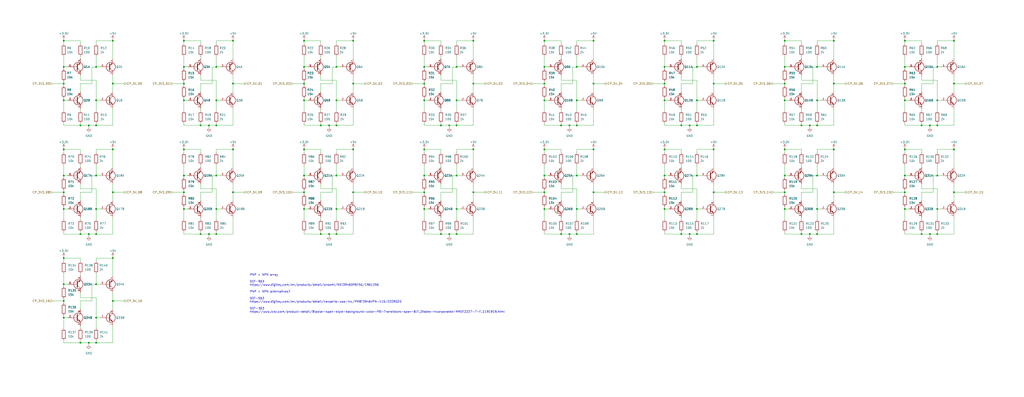
<source format=kicad_sch>
(kicad_sch (version 20250114) (generator "eeschema") (generator_version "9.0")
  (paper "User" 622.3 241.3)
  (text "PNP + NPN array\n\nSOT-963\nhttps://www.digikey.com/en/products/detail/onsemi/NST3946DP6T5G/1961256\n\nPNP + NPN alternatives?\n\nSOT-563\nhttps://www.digikey.com/en/products/detail/nexperia-usa-inc/PMBT3946VPN-115/2229323\n\nSOT-363\nhttps://www.lcsc.com/product-detail/Bipolar-span-style-background-color-ff0-Transistors-span-BJT_Diodes-Incorporated-MMDT2227-7-F_C191919.html\n\n" (at 151.765 192.405 0) (effects (font (size 1.27 1.27)) (justify left bottom)))
  (junction (at 141.605 50.8))
  (junction (at 204.47 127))
  (junction (at 111.76 50.8))
  (junction (at 403.86 106.68))
  (junction (at 492.125 142.24))
  (junction (at 38.735 90.805))
  (junction (at 569.595 142.24))
  (junction (at 569.595 127))
  (junction (at 111.76 116.84))
  (junction (at 58.42 142.24))
  (junction (at 277.495 76.2))
  (junction (at 111.76 40.64))
  (junction (at 350.52 76.2))
  (junction (at 403.86 40.64))
  (junction (at 111.76 60.96))
  (junction (at 476.885 106.68))
  (junction (at 200.025 76.2))
  (junction (at 433.705 116.84))
  (junction (at 127 142.24))
  (junction (at 194.945 76.2))
  (junction (at 204.47 60.96))
  (junction (at 496.57 76.2))
  (junction (at 277.495 127))
  (junction (at 419.1 142.24))
  (junction (at 565.15 76.2))
  (junction (at 204.47 106.68))
  (junction (at 204.47 76.2))
  (junction (at 549.91 40.64))
  (junction (at 569.595 60.96))
  (junction (at 350.52 60.96))
  (junction (at 340.995 142.24))
  (junction (at 68.58 90.805))
  (junction (at 506.73 24.765))
  (junction (at 330.835 106.68))
  (junction (at 560.07 76.2))
  (junction (at 287.655 24.765))
  (junction (at 287.655 50.8))
  (junction (at 257.81 116.84))
  (junction (at 38.735 116.84))
  (junction (at 53.975 208.28))
  (junction (at 419.1 76.2))
  (junction (at 184.785 127))
  (junction (at 277.495 106.68))
  (junction (at 48.895 142.24))
  (junction (at 423.545 127))
  (junction (at 131.445 76.2))
  (junction (at 184.785 40.64))
  (junction (at 579.755 24.765))
  (junction (at 476.885 127))
  (junction (at 496.57 60.96))
  (junction (at 141.605 24.765))
  (junction (at 121.92 142.24))
  (junction (at 560.07 142.24))
  (junction (at 360.68 90.805))
  (junction (at 277.495 60.96))
  (junction (at 414.02 76.2))
  (junction (at 131.445 60.96))
  (junction (at 214.63 116.84))
  (junction (at 346.075 76.2))
  (junction (at 277.495 142.24))
  (junction (at 496.57 40.64))
  (junction (at 68.58 50.8))
  (junction (at 257.81 106.68))
  (junction (at 257.81 50.8))
  (junction (at 48.895 208.28))
  (junction (at 267.97 76.2))
  (junction (at 257.81 90.805))
  (junction (at 476.885 60.96))
  (junction (at 569.595 106.68))
  (junction (at 506.73 90.805))
  (junction (at 423.545 106.68))
  (junction (at 476.885 40.64))
  (junction (at 58.42 193.04))
  (junction (at 330.835 40.64))
  (junction (at 53.975 76.2))
  (junction (at 492.125 76.2))
  (junction (at 141.605 90.805))
  (junction (at 569.595 40.64))
  (junction (at 121.92 76.2))
  (junction (at 287.655 90.805))
  (junction (at 200.025 142.24))
  (junction (at 549.91 60.96))
  (junction (at 346.075 142.24))
  (junction (at 58.42 60.96))
  (junction (at 111.76 106.68))
  (junction (at 569.595 76.2))
  (junction (at 38.735 156.845))
  (junction (at 38.735 50.8))
  (junction (at 257.81 60.96))
  (junction (at 403.86 24.765))
  (junction (at 414.02 142.24))
  (junction (at 273.05 76.2))
  (junction (at 214.63 24.765))
  (junction (at 423.545 76.2))
  (junction (at 204.47 142.24))
  (junction (at 579.755 90.805))
  (junction (at 506.73 116.84))
  (junction (at 127 76.2))
  (junction (at 403.86 60.96))
  (junction (at 68.58 156.845))
  (junction (at 403.86 116.84))
  (junction (at 496.57 127))
  (junction (at 330.835 116.84))
  (junction (at 423.545 40.64))
  (junction (at 360.68 24.765))
  (junction (at 257.81 40.64))
  (junction (at 58.42 208.28))
  (junction (at 403.86 90.805))
  (junction (at 360.68 50.8))
  (junction (at 131.445 142.24))
  (junction (at 38.735 40.64))
  (junction (at 131.445 40.64))
  (junction (at 360.68 116.84))
  (junction (at 111.76 24.765))
  (junction (at 476.885 50.8))
  (junction (at 68.58 182.88))
  (junction (at 184.785 24.765))
  (junction (at 433.705 24.765))
  (junction (at 476.885 90.805))
  (junction (at 131.445 127))
  (junction (at 330.835 50.8))
  (junction (at 58.42 106.68))
  (junction (at 350.52 127))
  (junction (at 68.58 24.765))
  (junction (at 38.735 193.04))
  (junction (at 273.05 142.24))
  (junction (at 423.545 60.96))
  (junction (at 487.045 142.24))
  (junction (at 204.47 40.64))
  (junction (at 549.91 127))
  (junction (at 549.91 24.765))
  (junction (at 350.52 106.68))
  (junction (at 549.91 50.8))
  (junction (at 287.655 116.84))
  (junction (at 38.735 127))
  (junction (at 579.755 116.84))
  (junction (at 350.52 40.64))
  (junction (at 58.42 76.2))
  (junction (at 184.785 106.68))
  (junction (at 340.995 76.2))
  (junction (at 111.76 90.805))
  (junction (at 184.785 116.84))
  (junction (at 579.755 50.8))
  (junction (at 433.705 50.8))
  (junction (at 330.835 127))
  (junction (at 403.86 50.8))
  (junction (at 257.81 127))
  (junction (at 184.785 50.8))
  (junction (at 68.58 116.84))
  (junction (at 330.835 60.96))
  (junction (at 496.57 142.24))
  (junction (at 277.495 40.64))
  (junction (at 350.52 142.24))
  (junction (at 423.545 142.24))
  (junction (at 257.81 24.765))
  (junction (at 433.705 90.805))
  (junction (at 38.735 182.88))
  (junction (at 58.42 40.64))
  (junction (at 194.945 142.24))
  (junction (at 48.895 76.2))
  (junction (at 38.735 172.72))
  (junction (at 58.42 127))
  (junction (at 111.76 127))
  (junction (at 38.735 60.96))
  (junction (at 565.15 142.24))
  (junction (at 214.63 90.805))
  (junction (at 58.42 172.72))
  (junction (at 549.91 116.84))
  (junction (at 184.785 90.805))
  (junction (at 330.835 24.765))
  (junction (at 53.975 142.24))
  (junction (at 476.885 116.84))
  (junction (at 184.785 60.96))
  (junction (at 506.73 50.8))
  (junction (at 38.735 106.68))
  (junction (at 330.835 90.805))
  (junction (at 549.91 90.805))
  (junction (at 141.605 116.84))
  (junction (at 214.63 50.8))
  (junction (at 496.57 106.68))
  (junction (at 487.045 76.2))
  (junction (at 549.91 106.68))
  (junction (at 131.445 106.68))
  (junction (at 38.735 24.765))
  (junction (at 476.885 24.765))
  (junction (at 267.97 142.24))
  (junction (at 403.86 127))
  (wire (pts (xy 340.995 76.2) (xy 340.995 74.93)))
  (wire (pts (xy 58.42 106.807) (xy 58.42 106.68)))
  (wire (pts (xy 350.52 142.24) (xy 360.68 142.24)))
  (wire (pts (xy 48.895 116.84) (xy 48.895 121.92)))
  (wire (pts (xy 542.925 50.8) (xy 549.91 50.8)))
  (wire (pts (xy 184.785 90.17) (xy 184.785 90.805)))
  (wire (pts (xy 549.91 90.805) (xy 549.91 92.71)))
  (wire (pts (xy 257.81 140.97) (xy 257.81 142.24)))
  (wire (pts (xy 350.52 76.2) (xy 346.075 76.2)))
  (wire (pts (xy 38.735 106.68) (xy 38.735 107.95)))
  (wire (pts (xy 403.86 76.2) (xy 414.02 76.2)))
  (wire (pts (xy 421.005 116.84) (xy 421.005 106.807)))
  (wire (pts (xy 38.735 115.57) (xy 38.735 116.84)))
  (wire (pts (xy 184.785 24.13) (xy 184.785 24.765)))
  (wire (pts (xy 111.76 60.96) (xy 114.3 60.96)))
  (wire (pts (xy 38.735 181.61) (xy 38.735 182.88)))
  (wire (pts (xy 184.785 106.68) (xy 184.785 107.95)))
  (wire (pts (xy 184.785 49.53) (xy 184.785 50.8)))
  (wire (pts (xy 257.81 115.57) (xy 257.81 116.84)))
  (wire (pts (xy 48.895 116.84) (xy 55.88 116.84)))
  (wire (pts (xy 131.445 106.68) (xy 133.985 106.68)))
  (wire (pts (xy 560.07 26.67) (xy 560.07 24.765)))
  (wire (pts (xy 423.545 106.807) (xy 423.545 106.68)))
  (wire (pts (xy 194.945 116.84) (xy 194.945 121.92)))
  (wire (pts (xy 128.905 50.8) (xy 128.905 40.767)))
  (wire (pts (xy 200.025 142.24) (xy 200.025 143.51)))
  (wire (pts (xy 560.07 34.29) (xy 560.07 35.56)))
  (wire (pts (xy 330.835 50.8) (xy 330.835 52.07)))
  (wire (pts (xy 403.86 115.57) (xy 403.86 116.84)))
  (wire (pts (xy 476.885 115.57) (xy 476.885 116.84)))
  (wire (pts (xy 419.1 76.2) (xy 414.02 76.2)))
  (wire (pts (xy 111.76 106.68) (xy 111.76 107.95)))
  (wire (pts (xy 423.545 74.93) (xy 423.545 76.2)))
  (wire (pts (xy 360.68 50.8) (xy 360.68 55.88)))
  (wire (pts (xy 257.81 40.64) (xy 257.81 41.91)))
  (wire (pts (xy 274.955 40.767) (xy 277.495 40.767)))
  (wire (pts (xy 340.995 34.29) (xy 340.995 35.56)))
  (wire (pts (xy 569.595 76.2) (xy 579.755 76.2)))
  (wire (pts (xy 579.755 111.76) (xy 579.755 116.84)))
  (wire (pts (xy 38.735 156.845) (xy 48.895 156.845)))
  (wire (pts (xy 184.785 40.64) (xy 184.785 41.91)))
  (wire (pts (xy 200.025 142.24) (xy 194.945 142.24)))
  (wire (pts (xy 58.42 24.765) (xy 68.58 24.765)))
  (wire (pts (xy 287.655 50.8) (xy 287.655 55.88)))
  (wire (pts (xy 567.055 116.84) (xy 567.055 106.807)))
  (wire (pts (xy 560.07 92.71) (xy 560.07 90.805)))
  (wire (pts (xy 53.975 142.24) (xy 53.975 143.51)))
  (wire (pts (xy 111.76 106.68) (xy 114.3 106.68)))
  (wire (pts (xy 476.885 50.8) (xy 476.885 52.07)))
  (wire (pts (xy 346.075 76.2) (xy 346.075 77.47)))
  (wire (pts (xy 58.42 76.2) (xy 53.975 76.2)))
  (wire (pts (xy 579.755 116.84) (xy 586.74 116.84)))
  (wire (pts (xy 414.02 66.04) (xy 414.02 67.31)))
  (wire (pts (xy 565.15 76.2) (xy 560.07 76.2)))
  (wire (pts (xy 184.785 127) (xy 184.785 133.35)))
  (wire (pts (xy 257.81 50.8) (xy 257.81 52.07)))
  (wire (pts (xy 277.495 106.68) (xy 280.035 106.68)))
  (wire (pts (xy 579.755 24.13) (xy 579.755 24.765)))
  (wire (pts (xy 419.1 76.2) (xy 419.1 77.47)))
  (wire (pts (xy 330.835 106.68) (xy 333.375 106.68)))
  (wire (pts (xy 58.42 127) (xy 58.42 133.35)))
  (wire (pts (xy 48.895 182.88) (xy 55.88 182.88)))
  (wire (pts (xy 48.895 50.8) (xy 55.88 50.8)))
  (wire (pts (xy 111.76 49.53) (xy 111.76 50.8)))
  (wire (pts (xy 403.86 90.805) (xy 414.02 90.805)))
  (wire (pts (xy 560.07 76.2) (xy 560.07 74.93)))
  (wire (pts (xy 549.91 60.96) (xy 549.91 67.31)))
  (wire (pts (xy 360.68 66.04) (xy 360.68 76.2)))
  (wire (pts (xy 423.545 90.805) (xy 433.705 90.805)))
  (wire (pts (xy 194.945 111.76) (xy 194.945 114.808)))
  (wire (pts (xy 487.045 116.84) (xy 494.03 116.84)))
  (wire (pts (xy 55.88 50.8) (xy 55.88 40.767)))
  (wire (pts (xy 68.58 66.04) (xy 68.58 76.2)))
  (wire (pts (xy 214.63 111.76) (xy 214.63 116.84)))
  (wire (pts (xy 330.835 74.93) (xy 330.835 76.2)))
  (wire (pts (xy 414.02 76.2) (xy 414.02 74.93)))
  (wire (pts (xy 277.495 90.805) (xy 287.655 90.805)))
  (wire (pts (xy 267.97 48.768) (xy 277.495 48.768)))
  (wire (pts (xy 549.91 24.765) (xy 560.07 24.765)))
  (wire (pts (xy 560.07 50.8) (xy 567.055 50.8)))
  (wire (pts (xy 38.735 90.17) (xy 38.735 90.805)))
  (wire (pts (xy 48.895 177.8) (xy 48.895 180.848)))
  (wire (pts (xy 131.445 127) (xy 131.445 133.35)))
  (wire (pts (xy 38.735 60.96) (xy 38.735 67.31)))
  (wire (pts (xy 330.835 60.96) (xy 333.375 60.96)))
  (wire (pts (xy 58.42 166.37) (xy 58.42 172.72)))
  (wire (pts (xy 350.52 92.71) (xy 350.52 90.805)))
  (wire (pts (xy 476.885 24.765) (xy 476.885 26.67)))
  (wire (pts (xy 579.755 116.84) (xy 579.755 121.92)))
  (wire (pts (xy 549.91 34.29) (xy 549.91 40.64)))
  (wire (pts (xy 131.445 114.808) (xy 131.445 127)))
  (wire (pts (xy 346.075 142.24) (xy 340.995 142.24)))
  (wire (pts (xy 38.735 156.845) (xy 38.735 158.75)))
  (wire (pts (xy 360.68 90.17) (xy 360.68 90.805)))
  (wire (pts (xy 549.91 100.33) (xy 549.91 106.68)))
  (wire (pts (xy 184.785 59.69) (xy 184.785 60.96)))
  (wire (pts (xy 104.775 116.84) (xy 111.76 116.84)))
  (wire (pts (xy 184.785 100.33) (xy 184.785 106.68)))
  (wire (pts (xy 58.42 76.2) (xy 68.58 76.2)))
  (wire (pts (xy 277.495 106.807) (xy 277.495 106.68)))
  (wire (pts (xy 506.73 66.04) (xy 506.73 76.2)))
  (wire (pts (xy 204.47 24.765) (xy 214.63 24.765)))
  (wire (pts (xy 257.81 127) (xy 260.35 127)))
  (wire (pts (xy 340.995 66.04) (xy 340.995 67.31)))
  (wire (pts (xy 194.945 142.24) (xy 194.945 140.97)))
  (wire (pts (xy 403.86 106.68) (xy 403.86 107.95)))
  (wire (pts (xy 184.785 60.96) (xy 184.785 67.31)))
  (wire (pts (xy 549.91 74.93) (xy 549.91 76.2)))
  (wire (pts (xy 549.91 24.13) (xy 549.91 24.765)))
  (wire (pts (xy 257.81 49.53) (xy 257.81 50.8)))
  (wire (pts (xy 267.97 76.2) (xy 267.97 74.93)))
  (wire (pts (xy 496.57 74.93) (xy 496.57 76.2)))
  (wire (pts (xy 569.595 127) (xy 569.595 133.35)))
  (wire (pts (xy 287.655 24.765) (xy 287.655 35.56)))
  (wire (pts (xy 330.835 49.53) (xy 330.835 50.8)))
  (wire (pts (xy 565.15 76.2) (xy 565.15 77.47)))
  (wire (pts (xy 184.785 142.24) (xy 194.945 142.24)))
  (wire (pts (xy 38.735 74.93) (xy 38.735 76.2)))
  (wire (pts (xy 127 76.2) (xy 127 77.47)))
  (wire (pts (xy 323.85 116.84) (xy 330.835 116.84)))
  (wire (pts (xy 121.92 34.29) (xy 121.92 35.56)))
  (wire (pts (xy 58.42 142.24) (xy 53.975 142.24)))
  (wire (pts (xy 549.91 125.73) (xy 549.91 127)))
  (wire (pts (xy 141.605 90.805) (xy 141.605 101.6)))
  (wire (pts (xy 492.125 142.24) (xy 492.125 143.51)))
  (wire (pts (xy 350.52 48.768) (xy 350.52 60.96)))
  (wire (pts (xy 350.52 106.68) (xy 353.06 106.68)))
  (wire (pts (xy 111.76 125.73) (xy 111.76 127)))
  (wire (pts (xy 506.73 90.805) (xy 506.73 101.6)))
  (wire (pts (xy 111.76 34.29) (xy 111.76 40.64)))
  (wire (pts (xy 476.885 142.24) (xy 487.045 142.24)))
  (wire (pts (xy 131.445 140.97) (xy 131.445 142.24)))
  (wire (pts (xy 287.655 90.805) (xy 287.655 101.6)))
  (wire (pts (xy 496.57 106.807) (xy 496.57 106.68)))
  (wire (pts (xy 487.045 100.33) (xy 487.045 101.6)))
  (wire (pts (xy 131.445 90.805) (xy 141.605 90.805)))
  (wire (pts (xy 569.595 92.71) (xy 569.595 90.805)))
  (wire (pts (xy 346.075 76.2) (xy 340.995 76.2)))
  (wire (pts (xy 257.81 34.29) (xy 257.81 40.64)))
  (wire (pts (xy 204.47 40.64) (xy 207.01 40.64)))
  (wire (pts (xy 257.81 100.33) (xy 257.81 106.68)))
  (wire (pts (xy 48.895 182.88) (xy 48.895 187.96)))
  (wire (pts (xy 204.47 92.71) (xy 204.47 90.805)))
  (wire (pts (xy 121.92 92.71) (xy 121.92 90.805)))
  (wire (pts (xy 496.57 34.29) (xy 496.57 40.64)))
  (wire (pts (xy 214.63 90.17) (xy 214.63 90.805)))
  (wire (pts (xy 131.445 48.768) (xy 131.445 60.96)))
  (wire (pts (xy 204.47 26.67) (xy 204.47 24.765)))
  (wire (pts (xy 38.735 116.84) (xy 38.735 118.11)))
  (wire (pts (xy 184.785 74.93) (xy 184.785 76.2)))
  (wire (pts (xy 569.595 127) (xy 572.135 127)))
  (wire (pts (xy 131.445 92.71) (xy 131.445 90.805)))
  (wire (pts (xy 433.705 24.765) (xy 433.705 35.56)))
  (wire (pts (xy 433.705 90.17) (xy 433.705 90.805)))
  (wire (pts (xy 476.885 90.805) (xy 487.045 90.805)))
  (wire (pts (xy 127 142.24) (xy 127 143.51)))
  (wire (pts (xy 567.055 40.767) (xy 569.595 40.767)))
  (wire (pts (xy 257.81 125.73) (xy 257.81 127)))
  (wire (pts (xy 549.91 140.97) (xy 549.91 142.24)))
  (wire (pts (xy 487.045 142.24) (xy 487.045 140.97)))
  (wire (pts (xy 421.005 106.807) (xy 423.545 106.807)))
  (wire (pts (xy 55.88 182.88) (xy 55.88 172.847)))
  (wire (pts (xy 560.07 50.8) (xy 560.07 55.88)))
  (wire (pts (xy 58.42 127) (xy 60.96 127)))
  (wire (pts (xy 340.995 92.71) (xy 340.995 90.805)))
  (wire (pts (xy 58.42 114.808) (xy 58.42 127)))
  (wire (pts (xy 204.47 40.767) (xy 204.47 40.64)))
  (wire (pts (xy 273.05 76.2) (xy 273.05 77.47)))
  (wire (pts (xy 549.91 49.53) (xy 549.91 50.8)))
  (wire (pts (xy 131.445 74.93) (xy 131.445 76.2)))
  (wire (pts (xy 111.76 90.805) (xy 121.92 90.805)))
  (wire (pts (xy 184.785 34.29) (xy 184.785 40.64)))
  (wire (pts (xy 569.595 40.64) (xy 572.135 40.64)))
  (wire (pts (xy 323.85 50.8) (xy 330.835 50.8)))
  (wire (pts (xy 542.925 116.84) (xy 549.91 116.84)))
  (wire (pts (xy 68.58 182.88) (xy 75.565 182.88)))
  (wire (pts (xy 560.07 116.84) (xy 567.055 116.84)))
  (wire (pts (xy 257.81 24.765) (xy 267.97 24.765)))
  (wire (pts (xy 194.945 50.8) (xy 201.93 50.8)))
  (wire (pts (xy 403.86 142.24) (xy 414.02 142.24)))
  (wire (pts (xy 340.995 142.24) (xy 340.995 140.97)))
  (wire (pts (xy 58.42 172.847) (xy 58.42 172.72)))
  (wire (pts (xy 111.76 127) (xy 111.76 133.35)))
  (wire (pts (xy 48.895 114.808) (xy 58.42 114.808)))
  (wire (pts (xy 560.07 142.24) (xy 560.07 140.97)))
  (wire (pts (xy 569.595 60.96) (xy 569.595 67.31)))
  (wire (pts (xy 506.73 50.8) (xy 506.73 55.88)))
  (wire (pts (xy 579.755 66.04) (xy 579.755 76.2)))
  (wire (pts (xy 194.945 116.84) (xy 201.93 116.84)))
  (wire (pts (xy 257.81 90.17) (xy 257.81 90.805)))
  (wire (pts (xy 414.02 100.33) (xy 414.02 101.6)))
  (wire (pts (xy 423.545 40.64) (xy 426.085 40.64)))
  (wire (pts (xy 257.81 142.24) (xy 267.97 142.24)))
  (wire (pts (xy 184.785 116.84) (xy 184.785 118.11)))
  (wire (pts (xy 267.97 34.29) (xy 267.97 35.56)))
  (wire (pts (xy 184.785 50.8) (xy 184.785 52.07)))
  (wire (pts (xy 121.92 45.72) (xy 121.92 48.768)))
  (wire (pts (xy 204.47 60.96) (xy 204.47 67.31)))
  (wire (pts (xy 350.52 106.807) (xy 350.52 106.68)))
  (wire (pts (xy 487.045 50.8) (xy 494.03 50.8)))
  (wire (pts (xy 433.705 111.76) (xy 433.705 116.84)))
  (wire (pts (xy 579.755 90.17) (xy 579.755 90.805)))
  (wire (pts (xy 141.605 116.84) (xy 148.59 116.84)))
  (wire (pts (xy 549.91 106.68) (xy 549.91 107.95)))
  (wire (pts (xy 250.825 50.8) (xy 257.81 50.8)))
  (wire (pts (xy 403.86 60.96) (xy 406.4 60.96)))
  (wire (pts (xy 38.735 34.29) (xy 38.735 40.64)))
  (wire (pts (xy 347.98 40.767) (xy 350.52 40.767)))
  (wire (pts (xy 277.495 142.24) (xy 273.05 142.24)))
  (wire (pts (xy 111.76 50.8) (xy 111.76 52.07)))
  (wire (pts (xy 560.07 111.76) (xy 560.07 114.808)))
  (wire (pts (xy 38.735 100.33) (xy 38.735 106.68)))
  (wire (pts (xy 403.86 40.64) (xy 406.4 40.64)))
  (wire (pts (xy 38.735 166.37) (xy 38.735 172.72)))
  (wire (pts (xy 184.785 125.73) (xy 184.785 127)))
  (wire (pts (xy 340.995 116.84) (xy 340.995 121.92)))
  (wire (pts (xy 492.125 76.2) (xy 487.045 76.2)))
  (wire (pts (xy 506.73 116.84) (xy 513.715 116.84)))
  (wire (pts (xy 257.81 106.68) (xy 260.35 106.68)))
  (wire (pts (xy 350.52 127) (xy 350.52 133.35)))
  (wire (pts (xy 38.735 40.64) (xy 38.735 41.91)))
  (wire (pts (xy 476.885 116.84) (xy 476.885 118.11)))
  (wire (pts (xy 330.835 127) (xy 330.835 133.35)))
  (wire (pts (xy 201.93 40.767) (xy 204.47 40.767)))
  (wire (pts (xy 340.995 100.33) (xy 340.995 101.6)))
  (wire (pts (xy 58.42 90.805) (xy 68.58 90.805)))
  (wire (pts (xy 433.705 116.84) (xy 433.705 121.92)))
  (wire (pts (xy 141.605 50.8) (xy 148.59 50.8)))
  (wire (pts (xy 350.52 114.808) (xy 350.52 127)))
  (wire (pts (xy 38.735 193.04) (xy 38.735 199.39)))
  (wire (pts (xy 350.52 127) (xy 353.06 127)))
  (wire (pts (xy 330.835 24.765) (xy 340.995 24.765)))
  (wire (pts (xy 423.545 127) (xy 426.085 127)))
  (wire (pts (xy 184.785 24.765) (xy 184.785 26.67)))
  (wire (pts (xy 506.73 24.765) (xy 506.73 35.56)))
  (wire (pts (xy 38.735 172.72) (xy 38.735 173.99)))
  (wire (pts (xy 38.735 207.01) (xy 38.735 208.28)))
  (wire (pts (xy 177.8 50.8) (xy 184.785 50.8)))
  (wire (pts (xy 403.86 140.97) (xy 403.86 142.24)))
  (wire (pts (xy 38.735 90.805) (xy 38.735 92.71)))
  (wire (pts (xy 121.92 111.76) (xy 121.92 114.808)))
  (wire (pts (xy 131.445 60.96) (xy 131.445 67.31)))
  (wire (pts (xy 204.47 48.768) (xy 204.47 60.96)))
  (wire (pts (xy 204.47 140.97) (xy 204.47 142.24)))
  (wire (pts (xy 68.58 24.765) (xy 68.58 35.56)))
  (wire (pts (xy 68.58 50.8) (xy 75.565 50.8)))
  (wire (pts (xy 496.57 76.2) (xy 492.125 76.2)))
  (wire (pts (xy 340.995 132.08) (xy 340.995 133.35)))
  (wire (pts (xy 579.755 132.08) (xy 579.755 142.24)))
  (wire (pts (xy 567.055 50.8) (xy 567.055 40.767)))
  (wire (pts (xy 423.545 60.96) (xy 423.545 67.31)))
  (wire (pts (xy 506.73 90.17) (xy 506.73 90.805)))
  (wire (pts (xy 433.705 66.04) (xy 433.705 76.2)))
  (wire (pts (xy 267.97 116.84) (xy 274.955 116.84)))
  (wire (pts (xy 433.705 45.72) (xy 433.705 50.8)))
  (wire (pts (xy 476.885 106.68) (xy 479.425 106.68)))
  (wire (pts (xy 360.68 116.84) (xy 360.68 121.92)))
  (wire (pts (xy 194.945 100.33) (xy 194.945 101.6)))
  (wire (pts (xy 496.57 26.67) (xy 496.57 24.765)))
  (wire (pts (xy 476.885 106.68) (xy 476.885 107.95)))
  (wire (pts (xy 55.88 116.84) (xy 55.88 106.807)))
  (wire (pts (xy 403.86 127) (xy 406.4 127)))
  (wire (pts (xy 350.52 60.96) (xy 353.06 60.96)))
  (wire (pts (xy 277.495 127) (xy 277.495 133.35)))
  (wire (pts (xy 58.42 106.68) (xy 60.96 106.68)))
  (wire (pts (xy 350.52 60.96) (xy 350.52 67.31)))
  (wire (pts (xy 403.86 49.53) (xy 403.86 50.8)))
  (wire (pts (xy 48.895 166.37) (xy 48.895 167.64)))
  (wire (pts (xy 496.57 142.24) (xy 506.73 142.24)))
  (wire (pts (xy 549.91 90.17) (xy 549.91 90.805)))
  (wire (pts (xy 469.9 50.8) (xy 476.885 50.8)))
  (wire (pts (xy 403.86 127) (xy 403.86 133.35)))
  (wire (pts (xy 53.975 142.24) (xy 48.895 142.24)))
  (wire (pts (xy 111.76 40.64) (xy 114.3 40.64)))
  (wire (pts (xy 48.895 66.04) (xy 48.895 67.31)))
  (wire (pts (xy 433.705 50.8) (xy 433.705 55.88)))
  (wire (pts (xy 194.945 76.2) (xy 194.945 74.93)))
  (wire (pts (xy 494.03 40.767) (xy 496.57 40.767)))
  (wire (pts (xy 277.495 60.96) (xy 277.495 67.31)))
  (wire (pts (xy 131.445 24.765) (xy 141.605 24.765)))
  (wire (pts (xy 423.545 142.24) (xy 433.705 142.24)))
  (wire (pts (xy 496.57 106.68) (xy 499.11 106.68)))
  (wire (pts (xy 257.81 76.2) (xy 267.97 76.2)))
  (wire (pts (xy 58.42 40.767) (xy 58.42 40.64)))
  (wire (pts (xy 487.045 34.29) (xy 487.045 35.56)))
  (wire (pts (xy 347.98 50.8) (xy 347.98 40.767)))
  (wire (pts (xy 487.045 116.84) (xy 487.045 121.92)))
  (wire (pts (xy 565.15 142.24) (xy 565.15 143.51)))
  (wire (pts (xy 423.545 40.767) (xy 423.545 40.64)))
  (wire (pts (xy 403.86 50.8) (xy 403.86 52.07)))
  (wire (pts (xy 330.835 106.68) (xy 330.835 107.95)))
  (wire (pts (xy 423.545 100.33) (xy 423.545 106.68)))
  (wire (pts (xy 423.545 48.768) (xy 423.545 60.96)))
  (wire (pts (xy 48.895 48.768) (xy 58.42 48.768)))
  (wire (pts (xy 257.81 106.68) (xy 257.81 107.95)))
  (wire (pts (xy 184.785 60.96) (xy 187.325 60.96)))
  (wire (pts (xy 131.445 106.807) (xy 131.445 106.68)))
  (wire (pts (xy 469.9 116.84) (xy 476.885 116.84)))
  (wire (pts (xy 131.445 142.24) (xy 141.605 142.24)))
  (wire (pts (xy 496.57 60.96) (xy 499.11 60.96)))
  (wire (pts (xy 38.735 193.04) (xy 41.275 193.04)))
  (wire (pts (xy 68.58 132.08) (xy 68.58 142.24)))
  (wire (pts (xy 257.81 59.69) (xy 257.81 60.96)))
  (wire (pts (xy 184.785 90.805) (xy 184.785 92.71)))
  (wire (pts (xy 330.835 140.97) (xy 330.835 142.24)))
  (wire (pts (xy 476.885 100.33) (xy 476.885 106.68)))
  (wire (pts (xy 423.545 60.96) (xy 426.085 60.96)))
  (wire (pts (xy 38.735 127) (xy 38.735 133.35)))
  (wire (pts (xy 476.885 76.2) (xy 487.045 76.2)))
  (wire (pts (xy 287.655 45.72) (xy 287.655 50.8)))
  (wire (pts (xy 403.86 90.805) (xy 403.86 92.71)))
  (wire (pts (xy 111.76 74.93) (xy 111.76 76.2)))
  (wire (pts (xy 194.945 26.67) (xy 194.945 24.765)))
  (wire (pts (xy 55.88 106.807) (xy 58.42 106.807)))
  (wire (pts (xy 53.975 76.2) (xy 48.895 76.2)))
  (wire (pts (xy 121.92 100.33) (xy 121.92 101.6)))
  (wire (pts (xy 487.045 50.8) (xy 487.045 55.88)))
  (wire (pts (xy 567.055 106.807) (xy 569.595 106.807)))
  (wire (pts (xy 549.91 24.765) (xy 549.91 26.67)))
  (wire (pts (xy 204.47 142.24) (xy 214.63 142.24)))
  (wire (pts (xy 496.57 40.767) (xy 496.57 40.64)))
  (wire (pts (xy 38.735 24.765) (xy 38.735 26.67)))
  (wire (pts (xy 403.86 59.69) (xy 403.86 60.96)))
  (wire (pts (xy 476.885 24.13) (xy 476.885 24.765)))
  (wire (pts (xy 496.57 114.808) (xy 496.57 127)))
  (wire (pts (xy 68.58 116.84) (xy 68.58 121.92)))
  (wire (pts (xy 350.52 90.805) (xy 360.68 90.805)))
  (wire (pts (xy 257.81 24.13) (xy 257.81 24.765)))
  (wire (pts (xy 273.05 142.24) (xy 273.05 143.51)))
  (wire (pts (xy 58.42 34.29) (xy 58.42 40.64)))
  (wire (pts (xy 476.885 49.53) (xy 476.885 50.8)))
  (wire (pts (xy 131.445 34.29) (xy 131.445 40.64)))
  (wire (pts (xy 274.955 116.84) (xy 274.955 106.807)))
  (wire (pts (xy 131.445 76.2) (xy 141.605 76.2)))
  (wire (pts (xy 569.595 90.805) (xy 579.755 90.805)))
  (wire (pts (xy 204.47 100.33) (xy 204.47 106.68)))
  (wire (pts (xy 128.905 40.767) (xy 131.445 40.767)))
  (wire (pts (xy 414.02 142.24) (xy 414.02 140.97)))
  (wire (pts (xy 111.76 24.765) (xy 121.92 24.765)))
  (wire (pts (xy 68.58 198.12) (xy 68.58 208.28)))
  (wire (pts (xy 194.945 114.808) (xy 204.47 114.808)))
  (wire (pts (xy 476.885 60.96) (xy 479.425 60.96)))
  (wire (pts (xy 38.735 208.28) (xy 48.895 208.28)))
  (wire (pts (xy 347.98 106.807) (xy 350.52 106.807)))
  (wire (pts (xy 184.785 106.68) (xy 187.325 106.68)))
  (wire (pts (xy 214.63 24.765) (xy 214.63 35.56)))
  (wire (pts (xy 287.655 66.04) (xy 287.655 76.2)))
  (wire (pts (xy 257.81 74.93) (xy 257.81 76.2)))
  (wire (pts (xy 38.735 24.13) (xy 38.735 24.765)))
  (wire (pts (xy 214.63 116.84) (xy 221.615 116.84)))
  (wire (pts (xy 48.895 76.2) (xy 48.895 74.93)))
  (wire (pts (xy 257.81 90.805) (xy 257.81 92.71)))
  (wire (pts (xy 403.86 106.68) (xy 406.4 106.68)))
  (wire (pts (xy 141.605 24.13) (xy 141.605 24.765)))
  (wire (pts (xy 423.545 26.67) (xy 423.545 24.765)))
  (wire (pts (xy 267.97 100.33) (xy 267.97 101.6)))
  (wire (pts (xy 257.81 40.64) (xy 260.35 40.64)))
  (wire (pts (xy 204.47 74.93) (xy 204.47 76.2)))
  (wire (pts (xy 569.595 74.93) (xy 569.595 76.2)))
  (wire (pts (xy 121.92 142.24) (xy 121.92 140.97)))
  (wire (pts (xy 38.735 142.24) (xy 48.895 142.24)))
  (wire (pts (xy 48.895 198.12) (xy 48.895 199.39)))
  (wire (pts (xy 68.58 90.17) (xy 68.58 90.805)))
  (wire (pts (xy 214.63 45.72) (xy 214.63 50.8)))
  (wire (pts (xy 569.595 106.807) (xy 569.595 106.68)))
  (wire (pts (xy 419.1 142.24) (xy 419.1 143.51)))
  (wire (pts (xy 346.075 142.24) (xy 346.075 143.51)))
  (wire (pts (xy 414.02 26.67) (xy 414.02 24.765)))
  (wire (pts (xy 131.445 100.33) (xy 131.445 106.68)))
  (wire (pts (xy 496.57 40.64) (xy 499.11 40.64)))
  (wire (pts (xy 287.655 116.84) (xy 287.655 121.92)))
  (wire (pts (xy 204.47 76.2) (xy 214.63 76.2)))
  (wire (pts (xy 579.755 50.8) (xy 579.755 55.88)))
  (wire (pts (xy 277.495 142.24) (xy 287.655 142.24)))
  (wire (pts (xy 496.57 48.768) (xy 496.57 60.96)))
  (wire (pts (xy 414.02 48.768) (xy 423.545 48.768)))
  (wire (pts (xy 360.68 24.765) (xy 360.68 35.56)))
  (wire (pts (xy 476.885 59.69) (xy 476.885 60.96)))
  (wire (pts (xy 569.595 76.2) (xy 565.15 76.2)))
  (wire (pts (xy 476.885 127) (xy 476.885 133.35)))
  (wire (pts (xy 360.68 116.84) (xy 367.665 116.84)))
  (wire (pts (xy 121.92 116.84) (xy 121.92 121.92)))
  (wire (pts (xy 38.735 106.68) (xy 41.275 106.68)))
  (wire (pts (xy 487.045 26.67) (xy 487.045 24.765)))
  (wire (pts (xy 560.07 66.04) (xy 560.07 67.31)))
  (wire (pts (xy 184.785 40.64) (xy 187.325 40.64)))
  (wire (pts (xy 330.835 100.33) (xy 330.835 106.68)))
  (wire (pts (xy 277.495 76.2) (xy 273.05 76.2)))
  (wire (pts (xy 121.92 50.8) (xy 128.905 50.8)))
  (wire (pts (xy 403.86 60.96) (xy 403.86 67.31)))
  (wire (pts (xy 58.42 60.96) (xy 58.42 67.31)))
  (wire (pts (xy 330.835 142.24) (xy 340.995 142.24)))
  (wire (pts (xy 494.03 50.8) (xy 494.03 40.767)))
  (wire (pts (xy 204.47 34.29) (xy 204.47 40.64)))
  (wire (pts (xy 569.595 48.768) (xy 569.595 60.96)))
  (wire (pts (xy 414.02 114.808) (xy 423.545 114.808)))
  (wire (pts (xy 48.895 50.8) (xy 48.895 55.88)))
  (wire (pts (xy 68.58 45.72) (xy 68.58 50.8)))
  (wire (pts (xy 204.47 90.805) (xy 214.63 90.805)))
  (wire (pts (xy 350.52 140.97) (xy 350.52 142.24)))
  (wire (pts (xy 277.495 76.2) (xy 287.655 76.2)))
  (wire (pts (xy 277.495 34.29) (xy 277.495 40.64)))
  (wire (pts (xy 121.92 116.84) (xy 128.905 116.84)))
  (wire (pts (xy 330.835 115.57) (xy 330.835 116.84)))
  (wire (pts (xy 201.93 116.84) (xy 201.93 106.807)))
  (wire (pts (xy 48.895 158.75) (xy 48.895 156.845)))
  (wire (pts (xy 111.76 59.69) (xy 111.76 60.96)))
  (wire (pts (xy 549.91 127) (xy 552.45 127)))
  (wire (pts (xy 38.735 127) (xy 41.275 127)))
  (wire (pts (xy 287.655 111.76) (xy 287.655 116.84)))
  (wire (pts (xy 131.445 60.96) (xy 133.985 60.96)))
  (wire (pts (xy 579.755 90.805) (xy 579.755 101.6)))
  (wire (pts (xy 31.75 182.88) (xy 38.735 182.88)))
  (wire (pts (xy 496.57 142.24) (xy 492.125 142.24)))
  (wire (pts (xy 58.42 193.04) (xy 58.42 199.39)))
  (wire (pts (xy 38.735 172.72) (xy 41.275 172.72)))
  (wire (pts (xy 111.76 116.84) (xy 111.76 118.11)))
  (wire (pts (xy 340.995 26.67) (xy 340.995 24.765)))
  (wire (pts (xy 496.57 127) (xy 496.57 133.35)))
  (wire (pts (xy 267.97 50.8) (xy 274.955 50.8)))
  (wire (pts (xy 214.63 50.8) (xy 214.63 55.88)))
  (wire (pts (xy 506.73 116.84) (xy 506.73 121.92)))
  (wire (pts (xy 277.495 40.767) (xy 277.495 40.64)))
  (wire (pts (xy 201.93 50.8) (xy 201.93 40.767)))
  (wire (pts (xy 476.885 140.97) (xy 476.885 142.24)))
  (wire (pts (xy 433.705 24.13) (xy 433.705 24.765)))
  (wire (pts (xy 549.91 76.2) (xy 560.07 76.2)))
  (wire (pts (xy 414.02 50.8) (xy 421.005 50.8)))
  (wire (pts (xy 340.995 116.84) (xy 347.98 116.84)))
  (wire (pts (xy 287.655 50.8) (xy 294.64 50.8)))
  (wire (pts (xy 111.76 90.805) (xy 111.76 92.71)))
  (wire (pts (xy 330.835 59.69) (xy 330.835 60.96)))
  (wire (pts (xy 58.42 26.67) (xy 58.42 24.765)))
  (wire (pts (xy 141.605 24.765) (xy 141.605 35.56)))
  (wire (pts (xy 423.545 24.765) (xy 433.705 24.765)))
  (wire (pts (xy 340.995 50.8) (xy 340.995 55.88)))
  (wire (pts (xy 560.07 116.84) (xy 560.07 121.92)))
  (wire (pts (xy 277.495 24.765) (xy 287.655 24.765)))
  (wire (pts (xy 476.885 127) (xy 479.425 127)))
  (wire (pts (xy 58.42 208.28) (xy 53.975 208.28)))
  (wire (pts (xy 487.045 92.71) (xy 487.045 90.805)))
  (wire (pts (xy 267.97 50.8) (xy 267.97 55.88)))
  (wire (pts (xy 496.57 60.96) (xy 496.57 67.31)))
  (wire (pts (xy 421.005 50.8) (xy 421.005 40.767)))
  (wire (pts (xy 201.93 106.807) (xy 204.47 106.807)))
  (wire (pts (xy 330.835 34.29) (xy 330.835 40.64)))
  (wire (pts (xy 579.755 24.765) (xy 579.755 35.56)))
  (wire (pts (xy 121.92 66.04) (xy 121.92 67.31)))
  (wire (pts (xy 58.42 48.768) (xy 58.42 60.96)))
  (wire (pts (xy 131.445 142.24) (xy 127 142.24)))
  (wire (pts (xy 267.97 114.808) (xy 277.495 114.808)))
  (wire (pts (xy 68.58 50.8) (xy 68.58 55.88)))
  (wire (pts (xy 131.445 76.2) (xy 127 76.2)))
  (wire (pts (xy 476.885 24.765) (xy 487.045 24.765)))
  (wire (pts (xy 506.73 45.72) (xy 506.73 50.8)))
  (wire (pts (xy 496.57 76.2) (xy 506.73 76.2)))
  (wire (pts (xy 58.42 208.28) (xy 68.58 208.28)))
  (wire (pts (xy 487.045 111.76) (xy 487.045 114.808)))
  (wire (pts (xy 549.91 106.68) (xy 552.45 106.68)))
  (wire (pts (xy 414.02 111.76) (xy 414.02 114.808)))
  (wire (pts (xy 423.545 142.24) (xy 419.1 142.24)))
  (wire (pts (xy 194.945 132.08) (xy 194.945 133.35)))
  (wire (pts (xy 68.58 116.84) (xy 75.565 116.84)))
  (wire (pts (xy 131.445 127) (xy 133.985 127)))
  (wire (pts (xy 131.445 40.64) (xy 133.985 40.64)))
  (wire (pts (xy 111.76 60.96) (xy 111.76 67.31)))
  (wire (pts (xy 194.945 48.768) (xy 204.47 48.768)))
  (wire (pts (xy 204.47 76.2) (xy 200.025 76.2)))
  (wire (pts (xy 476.885 90.805) (xy 476.885 92.71)))
  (wire (pts (xy 184.785 140.97) (xy 184.785 142.24)))
  (wire (pts (xy 360.68 50.8) (xy 367.665 50.8)))
  (wire (pts (xy 569.595 142.24) (xy 565.15 142.24)))
  (wire (pts (xy 360.68 90.805) (xy 360.68 101.6)))
  (wire (pts (xy 53.975 208.28) (xy 48.895 208.28)))
  (wire (pts (xy 476.885 60.96) (xy 476.885 67.31)))
  (wire (pts (xy 277.495 100.33) (xy 277.495 106.68)))
  (wire (pts (xy 549.91 60.96) (xy 552.45 60.96)))
  (wire (pts (xy 350.52 40.767) (xy 350.52 40.64)))
  (wire (pts (xy 38.735 60.96) (xy 41.275 60.96)))
  (wire (pts (xy 111.76 115.57) (xy 111.76 116.84)))
  (wire (pts (xy 492.125 142.24) (xy 487.045 142.24)))
  (wire (pts (xy 360.68 111.76) (xy 360.68 116.84)))
  (wire (pts (xy 496.57 92.71) (xy 496.57 90.805)))
  (wire (pts (xy 200.025 76.2) (xy 194.945 76.2)))
  (wire (pts (xy 48.895 26.67) (xy 48.895 24.765)))
  (wire (pts (xy 38.735 50.8) (xy 38.735 52.07)))
  (wire (pts (xy 549.91 142.24) (xy 560.07 142.24)))
  (wire (pts (xy 68.58 24.13) (xy 68.58 24.765)))
  (wire (pts (xy 560.07 45.72) (xy 560.07 48.768)))
  (wire (pts (xy 569.595 40.767) (xy 569.595 40.64)))
  (wire (pts (xy 184.785 24.765) (xy 194.945 24.765)))
  (wire (pts (xy 31.75 50.8) (xy 38.735 50.8)))
  (wire (pts (xy 111.76 24.13) (xy 111.76 24.765)))
  (wire (pts (xy 569.595 34.29) (xy 569.595 40.64)))
  (wire (pts (xy 257.81 127) (xy 257.81 133.35)))
  (wire (pts (xy 121.92 48.768) (xy 131.445 48.768)))
  (wire (pts (xy 194.945 45.72) (xy 194.945 48.768)))
  (wire (pts (xy 214.63 90.805) (xy 214.63 101.6)))
  (wire (pts (xy 340.995 48.768) (xy 350.52 48.768)))
  (wire (pts (xy 287.655 24.13) (xy 287.655 24.765)))
  (wire (pts (xy 560.07 132.08) (xy 560.07 133.35)))
  (wire (pts (xy 48.895 142.24) (xy 48.895 140.97)))
  (wire (pts (xy 506.73 132.08) (xy 506.73 142.24)))
  (wire (pts (xy 257.81 60.96) (xy 257.81 67.31)))
  (wire (pts (xy 204.47 114.808) (xy 204.47 127)))
  (wire (pts (xy 48.895 180.848) (xy 58.42 180.848)))
  (wire (pts (xy 121.92 26.67) (xy 121.92 24.765)))
  (wire (pts (xy 360.68 132.08) (xy 360.68 142.24)))
  (wire (pts (xy 274.955 50.8) (xy 274.955 40.767)))
  (wire (pts (xy 549.91 90.805) (xy 560.07 90.805)))
  (wire (pts (xy 549.91 115.57) (xy 549.91 116.84)))
  (wire (pts (xy 350.52 34.29) (xy 350.52 40.64)))
  (wire (pts (xy 55.88 40.767) (xy 58.42 40.767)))
  (wire (pts (xy 433.705 90.805) (xy 433.705 101.6)))
  (wire (pts (xy 549.91 116.84) (xy 549.91 118.11)))
  (wire (pts (xy 414.02 34.29) (xy 414.02 35.56)))
  (wire (pts (xy 204.47 106.807) (xy 204.47 106.68)))
  (wire (pts (xy 53.975 208.28) (xy 53.975 209.55)))
  (wire (pts (xy 267.97 116.84) (xy 267.97 121.92)))
  (wire (pts (xy 403.86 100.33) (xy 403.86 106.68)))
  (wire (pts (xy 58.42 158.75) (xy 58.42 156.845)))
  (wire (pts (xy 184.785 90.805) (xy 194.945 90.805)))
  (wire (pts (xy 58.42 92.71) (xy 58.42 90.805)))
  (wire (pts (xy 38.735 76.2) (xy 48.895 76.2)))
  (wire (pts (xy 58.42 142.24) (xy 68.58 142.24)))
  (wire (pts (xy 68.58 182.88) (xy 68.58 187.96)))
  (wire (pts (xy 48.895 208.28) (xy 48.895 207.01)))
  (wire (pts (xy 274.955 106.807) (xy 277.495 106.807)))
  (wire (pts (xy 104.775 50.8) (xy 111.76 50.8)))
  (wire (pts (xy 277.495 48.768) (xy 277.495 60.96)))
  (wire (pts (xy 141.605 116.84) (xy 141.605 121.92)))
  (wire (pts (xy 421.005 40.767) (xy 423.545 40.767)))
  (wire (pts (xy 58.42 74.93) (xy 58.42 76.2)))
  (wire (pts (xy 58.42 100.33) (xy 58.42 106.68)))
  (wire (pts (xy 340.995 45.72) (xy 340.995 48.768)))
  (wire (pts (xy 257.81 60.96) (xy 260.35 60.96)))
  (wire (pts (xy 347.98 116.84) (xy 347.98 106.807)))
  (wire (pts (xy 131.445 40.767) (xy 131.445 40.64)))
  (wire (pts (xy 128.905 106.807) (xy 131.445 106.807)))
  (wire (pts (xy 200.025 76.2) (xy 200.025 77.47)))
  (wire (pts (xy 360.68 45.72) (xy 360.68 50.8)))
  (wire (pts (xy 111.76 24.765) (xy 111.76 26.67)))
  (wire (pts (xy 48.895 111.76) (xy 48.895 114.808)))
  (wire (pts (xy 350.52 74.93) (xy 350.52 76.2)))
  (wire (pts (xy 257.81 90.805) (xy 267.97 90.805)))
  (wire (pts (xy 257.81 116.84) (xy 257.81 118.11)))
  (wire (pts (xy 330.835 125.73) (xy 330.835 127)))
  (wire (pts (xy 267.97 111.76) (xy 267.97 114.808)))
  (wire (pts (xy 403.86 125.73) (xy 403.86 127)))
  (wire (pts (xy 506.73 111.76) (xy 506.73 116.84)))
  (wire (pts (xy 476.885 74.93) (xy 476.885 76.2)))
  (wire (pts (xy 492.125 76.2) (xy 492.125 77.47)))
  (wire (pts (xy 68.58 177.8) (xy 68.58 182.88)))
  (wire (pts (xy 496.57 90.805) (xy 506.73 90.805)))
  (wire (pts (xy 340.995 50.8) (xy 347.98 50.8)))
  (wire (pts (xy 414.02 116.84) (xy 421.005 116.84)))
  (wire (pts (xy 414.02 92.71) (xy 414.02 90.805)))
  (wire (pts (xy 423.545 92.71) (xy 423.545 90.805)))
  (wire (pts (xy 403.86 116.84) (xy 403.86 118.11)))
  (wire (pts (xy 403.86 90.17) (xy 403.86 90.805)))
  (wire (pts (xy 111.76 140.97) (xy 111.76 142.24)))
  (wire (pts (xy 194.945 34.29) (xy 194.945 35.56)))
  (wire (pts (xy 330.835 76.2) (xy 340.995 76.2)))
  (wire (pts (xy 127 142.24) (xy 121.92 142.24)))
  (wire (pts (xy 273.05 142.24) (xy 267.97 142.24)))
  (wire (pts (xy 267.97 45.72) (xy 267.97 48.768)))
  (wire (pts (xy 419.1 142.24) (xy 414.02 142.24)))
  (wire (pts (xy 330.835 24.13) (xy 330.835 24.765)))
  (wire (pts (xy 267.97 26.67) (xy 267.97 24.765)))
  (wire (pts (xy 549.91 40.64) (xy 549.91 41.91)))
  (wire (pts (xy 350.52 76.2) (xy 360.68 76.2)))
  (wire (pts (xy 53.975 76.2) (xy 53.975 77.47)))
  (wire (pts (xy 433.705 116.84) (xy 440.69 116.84)))
  (wire (pts (xy 476.885 40.64) (xy 476.885 41.91)))
  (wire (pts (xy 267.97 142.24) (xy 267.97 140.97)))
  (wire (pts (xy 330.835 90.805) (xy 330.835 92.71)))
  (wire (pts (xy 350.52 24.765) (xy 360.68 24.765)))
  (wire (pts (xy 48.895 132.08) (xy 48.895 133.35)))
  (wire (pts (xy 277.495 127) (xy 280.035 127)))
  (wire (pts (xy 58.42 172.72) (xy 60.96 172.72)))
  (wire (pts (xy 423.545 127) (xy 423.545 133.35)))
  (wire (pts (xy 121.92 132.08) (xy 121.92 133.35)))
  (wire (pts (xy 267.97 92.71) (xy 267.97 90.805)))
  (wire (pts (xy 38.735 59.69) (xy 38.735 60.96)))
  (wire (pts (xy 560.07 48.768) (xy 569.595 48.768)))
  (wire (pts (xy 111.76 90.17) (xy 111.76 90.805)))
  (wire (pts (xy 277.495 26.67) (xy 277.495 24.765)))
  (wire (pts (xy 38.735 140.97) (xy 38.735 142.24)))
  (wire (pts (xy 350.52 26.67) (xy 350.52 24.765)))
  (wire (pts (xy 38.735 40.64) (xy 41.275 40.64)))
  (wire (pts (xy 38.735 49.53) (xy 38.735 50.8)))
  (wire (pts (xy 396.875 50.8) (xy 403.86 50.8)))
  (wire (pts (xy 287.655 90.17) (xy 287.655 90.805)))
  (wire (pts (xy 423.545 76.2) (xy 433.705 76.2)))
  (wire (pts (xy 403.86 24.765) (xy 414.02 24.765)))
  (wire (pts (xy 194.945 66.04) (xy 194.945 67.31)))
  (wire (pts (xy 58.42 60.96) (xy 60.96 60.96)))
  (wire (pts (xy 68.58 111.76) (xy 68.58 116.84)))
  (wire (pts (xy 350.52 142.24) (xy 346.075 142.24)))
  (wire (pts (xy 423.545 114.808) (xy 423.545 127)))
  (wire (pts (xy 396.875 116.84) (xy 403.86 116.84)))
  (wire (pts (xy 58.42 180.848) (xy 58.42 193.04)))
  (wire (pts (xy 48.895 34.29) (xy 48.895 35.56)))
  (wire (pts (xy 58.42 40.64) (xy 60.96 40.64)))
  (wire (pts (xy 111.76 76.2) (xy 121.92 76.2)))
  (wire (pts (xy 487.045 48.768) (xy 496.57 48.768)))
  (wire (pts (xy 141.605 45.72) (xy 141.605 50.8)))
  (wire (pts (xy 194.945 92.71) (xy 194.945 90.805)))
  (wire (pts (xy 487.045 66.04) (xy 487.045 67.31)))
  (wire (pts (xy 569.595 24.765) (xy 579.755 24.765)))
  (wire (pts (xy 569.595 140.97) (xy 569.595 142.24)))
  (wire (pts (xy 141.605 66.04) (xy 141.605 76.2)))
  (wire (pts (xy 560.07 100.33) (xy 560.07 101.6)))
  (wire (pts (xy 58.42 140.97) (xy 58.42 142.24)))
  (wire (pts (xy 560.07 114.808) (xy 569.595 114.808)))
  (wire (pts (xy 423.545 140.97) (xy 423.545 142.24)))
  (wire (pts (xy 277.495 40.64) (xy 280.035 40.64)))
  (wire (pts (xy 111.76 100.33) (xy 111.76 106.68)))
  (wire (pts (xy 58.42 156.845) (xy 68.58 156.845)))
  (wire (pts (xy 48.895 92.71) (xy 48.895 90.805)))
  (wire (pts (xy 111.76 40.64) (xy 111.76 41.91)))
  (wire (pts (xy 214.63 116.84) (xy 214.63 121.92)))
  (wire (pts (xy 141.605 132.08) (xy 141.605 142.24)))
  (wire (pts (xy 214.63 132.08) (xy 214.63 142.24)))
  (wire (pts (xy 414.02 50.8) (xy 414.02 55.88)))
  (wire (pts (xy 494.03 116.84) (xy 494.03 106.807)))
  (wire (pts (xy 350.52 100.33) (xy 350.52 106.68)))
  (wire (pts (xy 330.835 24.765) (xy 330.835 26.67)))
  (wire (pts (xy 267.97 66.04) (xy 267.97 67.31)))
  (wire (pts (xy 506.73 24.13) (xy 506.73 24.765)))
  (wire (pts (xy 31.75 116.84) (xy 38.735 116.84)))
  (wire (pts (xy 476.885 40.64) (xy 479.425 40.64)))
  (wire (pts (xy 423.545 106.68) (xy 426.085 106.68)))
  (wire (pts (xy 204.47 142.24) (xy 200.025 142.24)))
  (wire (pts (xy 569.595 142.24) (xy 579.755 142.24)))
  (wire (pts (xy 403.86 24.13) (xy 403.86 24.765)))
  (wire (pts (xy 277.495 114.808) (xy 277.495 127)))
  (wire (pts (xy 55.88 172.847) (xy 58.42 172.847)))
  (wire (pts (xy 184.785 127) (xy 187.325 127)))
  (wire (pts (xy 277.495 140.97) (xy 277.495 142.24)))
  (wire (pts (xy 565.15 142.24) (xy 560.07 142.24)))
  (wire (pts (xy 38.735 125.73) (xy 38.735 127)))
  (wire (pts (xy 48.895 100.33) (xy 48.895 101.6)))
  (wire (pts (xy 121.92 114.808) (xy 131.445 114.808)))
  (wire (pts (xy 549.91 127) (xy 549.91 133.35)))
  (wire (pts (xy 204.47 127) (xy 204.47 133.35)))
  (wire (pts (xy 38.735 191.77) (xy 38.735 193.04)))
  (wire (pts (xy 250.825 116.84) (xy 257.81 116.84)))
  (wire (pts (xy 330.835 116.84) (xy 330.835 118.11)))
  (wire (pts (xy 579.755 45.72) (xy 579.755 50.8)))
  (wire (pts (xy 38.735 24.765) (xy 48.895 24.765)))
  (wire (pts (xy 38.735 156.21) (xy 38.735 156.845)))
  (wire (pts (xy 330.835 90.17) (xy 330.835 90.805)))
  (wire (pts (xy 330.835 40.64) (xy 330.835 41.91)))
  (wire (pts (xy 569.595 60.96) (xy 572.135 60.96)))
  (wire (pts (xy 204.47 127) (xy 207.01 127)))
  (wire (pts (xy 257.81 24.765) (xy 257.81 26.67)))
  (wire (pts (xy 214.63 50.8) (xy 221.615 50.8)))
  (wire (pts (xy 128.905 116.84) (xy 128.905 106.807)))
  (wire (pts (xy 476.885 90.17) (xy 476.885 90.805)))
  (wire (pts (xy 68.58 156.845) (xy 68.58 167.64)))
  (wire (pts (xy 287.655 132.08) (xy 287.655 142.24)))
  (wire (pts (xy 403.86 40.64) (xy 403.86 41.91)))
  (wire (pts (xy 403.86 34.29) (xy 403.86 40.64)))
  (wire (pts (xy 214.63 66.04) (xy 214.63 76.2)))
  (wire (pts (xy 414.02 116.84) (xy 414.02 121.92)))
  (wire (pts (xy 330.835 60.96) (xy 330.835 67.31)))
  (wire (pts (xy 569.595 106.68) (xy 572.135 106.68)))
  (wire (pts (xy 487.045 76.2) (xy 487.045 74.93)))
  (wire (pts (xy 433.705 50.8) (xy 440.69 50.8)))
  (wire (pts (xy 496.57 100.33) (xy 496.57 106.68)))
  (wire (pts (xy 141.605 50.8) (xy 141.605 55.88)))
  (wire (pts (xy 141.605 90.17) (xy 141.605 90.805)))
  (wire (pts (xy 579.755 50.8) (xy 586.74 50.8)))
  (wire (pts (xy 194.945 50.8) (xy 194.945 55.88)))
  (wire (pts (xy 273.05 76.2) (xy 267.97 76.2)))
  (wire (pts (xy 549.91 40.64) (xy 552.45 40.64)))
  (wire (pts (xy 267.97 132.08) (xy 267.97 133.35)))
  (wire (pts (xy 487.045 45.72) (xy 487.045 48.768)))
  (wire (pts (xy 494.03 106.807) (xy 496.57 106.807)))
  (wire (pts (xy 433.705 132.08) (xy 433.705 142.24)))
  (wire (pts (xy 549.91 50.8) (xy 549.91 52.07)))
  (wire (pts (xy 403.86 24.765) (xy 403.86 26.67)))
  (wire (pts (xy 476.885 125.73) (xy 476.885 127)))
  (wire (pts (xy 277.495 92.71) (xy 277.495 90.805)))
  (wire (pts (xy 48.895 45.72) (xy 48.895 48.768)))
  (wire (pts (xy 330.835 40.64) (xy 333.375 40.64)))
  (wire (pts (xy 38.735 182.88) (xy 38.735 184.15)))
  (wire (pts (xy 184.785 76.2) (xy 194.945 76.2)))
  (wire (pts (xy 506.73 50.8) (xy 513.715 50.8)))
  (wire (pts (xy 58.42 207.01) (xy 58.42 208.28)))
  (wire (pts (xy 38.735 90.805) (xy 48.895 90.805)))
  (wire (pts (xy 423.545 76.2) (xy 419.1 76.2)))
  (wire (pts (xy 340.995 114.808) (xy 350.52 114.808)))
  (wire (pts (xy 549.91 59.69) (xy 549.91 60.96)))
  (wire (pts (xy 58.42 193.04) (xy 60.96 193.04)))
  (wire (pts (xy 330.835 90.805) (xy 340.995 90.805)))
  (wire (pts (xy 184.785 115.57) (xy 184.785 116.84)))
  (wire (pts (xy 340.995 111.76) (xy 340.995 114.808)))
  (wire (pts (xy 121.92 76.2) (xy 121.92 74.93)))
  (wire (pts (xy 496.57 24.765) (xy 506.73 24.765)))
  (wire (pts (xy 350.52 40.64) (xy 353.06 40.64)))
  (wire (pts (xy 414.02 45.72) (xy 414.02 48.768)))
  (wire (pts (xy 330.835 127) (xy 333.375 127)))
  (wire (pts (xy 214.63 24.13) (xy 214.63 24.765)))
  (wire (pts (xy 177.8 116.84) (xy 184.785 116.84)))
  (wire (pts (xy 204.47 106.68) (xy 207.01 106.68)))
  (wire (pts (xy 277.495 60.96) (xy 280.035 60.96)))
  (wire (pts (xy 111.76 142.24) (xy 121.92 142.24)))
  (wire (pts (xy 121.92 50.8) (xy 121.92 55.88)))
  (wire (pts (xy 569.595 114.808) (xy 569.595 127)))
  (wire (pts (xy 68.58 156.21) (xy 68.58 156.845)))
  (wire (pts (xy 360.68 24.13) (xy 360.68 24.765)))
  (wire (pts (xy 141.605 111.76) (xy 141.605 116.84)))
  (wire (pts (xy 277.495 74.93) (xy 277.495 76.2)))
  (wire (pts (xy 487.045 132.08) (xy 487.045 133.35)))
  (wire (pts (xy 127 76.2) (xy 121.92 76.2)))
  (wire (pts (xy 204.47 60.96) (xy 207.01 60.96)))
  (wire (pts (xy 496.57 140.97) (xy 496.57 142.24)))
  (wire (pts (xy 569.595 26.67) (xy 569.595 24.765)))
  (wire (pts (xy 287.655 116.84) (xy 294.64 116.84)))
  (wire (pts (xy 403.86 74.93) (xy 403.86 76.2)))
  (wire (pts (xy 111.76 127) (xy 114.3 127)))
  (wire (pts (xy 487.045 114.808) (xy 496.57 114.808)))
  (wire (pts (xy 476.885 34.29) (xy 476.885 40.64)))
  (wire (pts (xy 569.595 100.33) (xy 569.595 106.68)))
  (wire (pts (xy 423.545 34.29) (xy 423.545 40.64)))
  (wire (pts (xy 414.02 132.08) (xy 414.02 133.35)))
  (wire (pts (xy 68.58 90.805) (xy 68.58 101.6)))
  (wire (pts (xy 131.445 26.67) (xy 131.445 24.765)))
  (wire (pts (xy 496.57 127) (xy 499.11 127)))
  (hierarchical_label "CP_3V3_13" (shape input) (at 396.875 116.84 180))
  (hierarchical_label "CP_5V_15" (shape output) (at 586.74 116.84 0))
  (hierarchical_label "CP_3V3_04" (shape input) (at 323.85 50.8 180))
  (hierarchical_label "CP_3V3_05" (shape input) (at 396.875 50.8 180))
  (hierarchical_label "CP_3V3_01" (shape input) (at 104.775 50.8 180))
  (hierarchical_label "CP_3V3_03" (shape input) (at 250.825 50.8 180))
  (hierarchical_label "CP_5V_01" (shape output) (at 148.59 50.8 0))
  (hierarchical_label "CP_5V_12" (shape output) (at 367.665 116.84 0))
  (hierarchical_label "CP_3V3_12" (shape input) (at 323.85 116.84 180))
  (hierarchical_label "CP_3V3_10" (shape input) (at 177.8 116.84 180))
  (hierarchical_label "CP_5V_06" (shape output) (at 513.715 50.8 0))
  (hierarchical_label "CP_5V_14" (shape output) (at 513.715 116.84 0))
  (hierarchical_label "CP_3V3_11" (shape input) (at 250.825 116.84 180))
  (hierarchical_label "CP_3V3_15" (shape input) (at 542.925 116.84 180))
  (hierarchical_label "CP_3V3_09" (shape input) (at 104.775 116.84 180))
  (hierarchical_label "CP_5V_09" (shape output) (at 148.59 116.84 0))
  (hierarchical_label "CP_5V_02" (shape output) (at 221.615 50.8 0))
  (hierarchical_label "CP_3V3_08" (shape input) (at 31.75 116.84 180))
  (hierarchical_label "CP_5V_05" (shape output) (at 440.69 50.8 0))
  (hierarchical_label "CP_3V3_14" (shape input) (at 469.9 116.84 180))
  (hierarchical_label "CP_5V_07" (shape output) (at 586.74 50.8 0))
  (hierarchical_label "CP_5V_11" (shape output) (at 294.64 116.84 0))
  (hierarchical_label "CP_3V3_07" (shape input) (at 542.925 50.8 180))
  (hierarchical_label "CP_5V_00" (shape output) (at 75.565 50.8 0))
  (hierarchical_label "CP_5V_04" (shape output) (at 367.665 50.8 0))
  (hierarchical_label "CP_5V_03" (shape output) (at 294.64 50.8 0))
  (hierarchical_label "CP_3V3_16" (shape input) (at 31.75 182.88 180))
  (hierarchical_label "CP_3V3_02" (shape input) (at 177.8 50.8 180))
  (hierarchical_label "CP_5V_16" (shape output) (at 75.565 182.88 0))
  (hierarchical_label "CP_3V3_06" (shape input) (at 469.9 50.8 180))
  (hierarchical_label "CP_5V_08" (shape output) (at 75.565 116.84 0))
  (hierarchical_label "CP_3V3_00" (shape input) (at 31.75 50.8 180))
  (hierarchical_label "CP_5V_13" (shape output) (at 440.69 116.84 0))
  (hierarchical_label "CP_5V_10" (shape output) (at 221.615 116.84 0))
  (symbol (lib_id "power:+5V") (at 360.68 90.17 0) (unit 1)
    (property "Reference" "#PWR040" (effects (hide yes)))
    (property "Value" "+5V" (at 360.68 86.36 0))
  )
  (symbol (lib_id "panel_custom:NST3946DP6T5G") (at 119.38 60.96 0) (unit 2)
    (property "Reference" "Q4" (at 123.825 60.96 0) (effects (justify left)))
    (property "Value" "1xPNP and 1xNPN" (effects (hide yes)))
    (property "Footprint" "panel_custom:SOT-963" (effects (hide yes)))
  )
  (symbol (lib_id "power:GND") (at 53.975 209.55 0) (mirror y) (unit 1)
    (property "Reference" "#PWR053" (effects (hide yes)))
    (property "Value" "GND" (at 53.975 214.63 0))
  )
  (symbol (lib_id "Device:R") (at 121.92 30.48 0) (unit 1)
    (property "Reference" "R18" (at 124.46 29.21 0) (effects (justify left)))
    (property "Value" "100" (at 124.46 31.75 0) (effects (justify left)))
    (property "Footprint" "panel_custom:R_0201_0603Metric" (effects (hide yes)))
  )
  (symbol (lib_id "Device:R") (at 487.045 71.12 0) (unit 1)
    (property "Reference" "R59" (at 489.585 69.85 0) (effects (justify left)))
    (property "Value" "100" (at 489.585 72.39 0) (effects (justify left)))
    (property "Footprint" "panel_custom:R_0201_0603Metric" (effects (hide yes)))
  )
  (symbol (lib_id "Device:R") (at 111.76 121.92 0) (unit 1)
    (property "Reference" "R80" (at 114.3 120.65 0) (effects (justify left)))
    (property "Value" "15k" (at 114.3 123.19 0) (effects (justify left)))
    (property "Footprint" "panel_custom:R_0201_0603Metric" (effects (hide yes)))
  )
  (symbol (lib_id "Device:R") (at 38.735 187.96 0) (unit 1)
    (property "Reference" "R136" (at 41.275 186.69 0) (effects (justify left)))
    (property "Value" "15k" (at 41.275 189.23 0) (effects (justify left)))
    (property "Footprint" "panel_custom:R_0201_0603Metric" (effects (hide yes)))
  )
  (symbol (lib_id "Device:R") (at 38.735 203.2 0) (unit 1)
    (property "Reference" "R137" (at 41.275 201.93 0) (effects (justify left)))
    (property "Value" "10k" (at 41.275 204.47 0) (effects (justify left)))
    (property "Footprint" "panel_custom:R_0201_0603Metric" (effects (hide yes)))
  )
  (symbol (lib_id "panel_custom:NST3946DP6T5G") (at 192.405 127 0) (unit 2)
    (property "Reference" "Q22" (at 196.85 127 0) (effects (justify left)))
    (property "Value" "1xPNP and 1xNPN" (effects (hide yes)))
    (property "Footprint" "panel_custom:SOT-963" (effects (hide yes)))
  )
  (symbol (lib_id "panel_custom:NST3946DP6T5G") (at 285.115 127 0) (unit 2)
    (property "Reference" "Q23" (at 289.56 127 0) (effects (justify left)))
    (property "Value" "1xPNP and 1xNPN" (effects (hide yes)))
    (property "Footprint" "panel_custom:SOT-963" (effects (hide yes)))
  )
  (symbol (lib_id "panel_custom:NST3946DP6T5G") (at 358.14 127 0) (unit 2)
    (property "Reference" "Q25" (at 362.585 127 0) (effects (justify left)))
    (property "Value" "1xPNP and 1xNPN" (effects (hide yes)))
    (property "Footprint" "panel_custom:SOT-963" (effects (hide yes)))
  )
  (symbol (lib_id "Device:R") (at 58.42 96.52 0) (unit 1)
    (property "Reference" "R76" (at 60.325 95.25 0) (effects (justify left)))
    (property "Value" "2k" (at 60.325 97.79 0) (effects (justify left)))
    (property "Footprint" "panel_custom:R_0201_0603Metric" (effects (hide yes)))
  )
  (symbol (lib_id "power:GND") (at 53.975 77.47 0) (mirror y) (unit 1)
    (property "Reference" "#PWR01" (effects (hide yes)))
    (property "Value" "GND" (at 53.975 82.55 0))
  )
  (symbol (lib_id "Device:R") (at 277.495 71.12 0) (unit 1)
    (property "Reference" "R37" (at 279.654 69.85 0) (effects (justify left)))
    (property "Value" "2k" (at 279.654 72.39 0) (effects (justify left)))
    (property "Footprint" "panel_custom:R_0201_0603Metric" (effects (hide yes)))
  )
  (symbol (lib_id "Device:R") (at 184.785 111.76 0) (unit 1)
    (property "Reference" "R87" (at 187.325 110.49 0) (effects (justify left)))
    (property "Value" "15k" (at 187.325 113.03 0) (effects (justify left)))
    (property "Footprint" "panel_custom:R_0201_0603Metric" (effects (hide yes)))
  )
  (symbol (lib_id "panel_custom:NST3946DP6T5G") (at 139.065 40.64 0) (mirror x) (unit 1)
    (property "Reference" "Q4" (at 143.51 40.64 0) (effects (justify left)))
    (property "Value" "1xPNP and 1xNPN" (effects (hide yes)))
    (property "Footprint" "panel_custom:SOT-963" (effects (hide yes)))
  )
  (symbol (lib_id "panel_custom:NST3946DP6T5G") (at 119.38 40.64 0) (mirror x) (unit 1)
    (property "Reference" "Q3" (at 123.825 40.64 0) (effects (justify left)))
    (property "Value" "1xPNP and 1xNPN" (effects (hide yes)))
    (property "Footprint" "panel_custom:SOT-963" (effects (hide yes)))
  )
  (symbol (lib_id "power:+5V") (at 433.705 24.13 0) (unit 1)
    (property "Reference" "#PWR019" (effects (hide yes)))
    (property "Value" "+5V" (at 433.705 20.32 0))
  )
  (symbol (lib_id "power:+3.3V") (at 476.885 24.13 0) (mirror y) (unit 1)
    (property "Reference" "#PWR020" (effects (hide yes)))
    (property "Value" "+3.3V" (at 476.885 20.32 0))
  )
  (symbol (lib_id "power:+3.3V") (at 184.785 90.17 0) (mirror y) (unit 1)
    (property "Reference" "#PWR032" (effects (hide yes)))
    (property "Value" "+3.3V" (at 184.785 86.36 0))
  )
  (symbol (lib_id "Device:R") (at 194.945 30.48 0) (unit 1)
    (property "Reference" "R26" (at 196.85 29.21 0) (effects (justify left)))
    (property "Value" "100" (at 196.85 31.75 0) (effects (justify left)))
    (property "Footprint" "panel_custom:R_0201_0603Metric" (effects (hide yes)))
  )
  (symbol (lib_id "Device:R") (at 549.91 121.92 0) (unit 1)
    (property "Reference" "R128" (at 552.45 120.65 0) (effects (justify left)))
    (property "Value" "15k" (at 552.45 123.19 0) (effects (justify left)))
    (property "Footprint" "panel_custom:R_0201_0603Metric" (effects (hide yes)))
  )
  (symbol (lib_id "panel_custom:NST3946DP6T5G") (at 192.405 106.68 0) (mirror x) (unit 1)
    (property "Reference" "Q21" (at 196.85 106.68 0) (effects (justify left)))
    (property "Value" "1xPNP and 1xNPN" (effects (hide yes)))
    (property "Footprint" "panel_custom:SOT-963" (effects (hide yes)))
  )
  (symbol (lib_id "Device:R") (at 184.785 55.88 0) (unit 1)
    (property "Reference" "R24" (at 186.69 54.61 0) (effects (justify left)))
    (property "Value" "15k" (at 186.69 57.15 0) (effects (justify left)))
    (property "Footprint" "panel_custom:R_0201_0603Metric" (effects (hide yes)))
  )
  (symbol (lib_id "panel_custom:NST3946DP6T5G") (at 358.14 60.96 0) (unit 2)
    (property "Reference" "Q9" (at 362.585 60.96 0) (effects (justify left)))
    (property "Value" "1xPNP and 1xNPN" (effects (hide yes)))
    (property "Footprint" "panel_custom:SOT-963" (effects (hide yes)))
  )
  (symbol (lib_id "power:GND") (at 127 143.51 0) (mirror y) (unit 1)
    (property "Reference" "#PWR030" (effects (hide yes)))
    (property "Value" "GND" (at 127 148.59 0))
  )
  (symbol (lib_id "panel_custom:NST3946DP6T5G") (at 139.065 60.96 0) (unit 2)
    (property "Reference" "Q3" (at 143.51 60.96 0) (effects (justify left)))
    (property "Value" "1xPNP and 1xNPN" (effects (hide yes)))
    (property "Footprint" "panel_custom:SOT-963" (effects (hide yes)))
  )
  (symbol (lib_id "panel_custom:NST3946DP6T5G") (at 285.115 40.64 0) (mirror x) (unit 1)
    (property "Reference" "Q8" (at 289.56 40.64 0) (effects (justify left)))
    (property "Value" "1xPNP and 1xNPN" (effects (hide yes)))
    (property "Footprint" "panel_custom:SOT-963" (effects (hide yes)))
  )
  (symbol (lib_id "Device:R") (at 423.545 71.12 0) (unit 1)
    (property "Reference" "R53" (at 425.704 69.85 0) (effects (justify left)))
    (property "Value" "2k" (at 425.704 72.39 0) (effects (justify left)))
    (property "Footprint" "panel_custom:R_0201_0603Metric" (effects (hide yes)))
  )
  (symbol (lib_id "power:+5V") (at 579.755 24.13 0) (unit 1)
    (property "Reference" "#PWR025" (effects (hide yes)))
    (property "Value" "+5V" (at 579.755 20.32 0))
  )
  (symbol (lib_id "power:GND") (at 273.05 143.51 0) (mirror y) (unit 1)
    (property "Reference" "#PWR036" (effects (hide yes)))
    (property "Value" "GND" (at 273.05 148.59 0))
  )
  (symbol (lib_id "Device:R") (at 131.445 137.16 0) (unit 1)
    (property "Reference" "R85" (at 133.604 135.89 0) (effects (justify left)))
    (property "Value" "2k" (at 133.604 138.43 0) (effects (justify left)))
    (property "Footprint" "panel_custom:R_0201_0603Metric" (effects (hide yes)))
  )
  (symbol (lib_id "Device:R") (at 121.92 137.16 0) (unit 1)
    (property "Reference" "R83" (at 124.46 135.89 0) (effects (justify left)))
    (property "Value" "100" (at 124.46 138.43 0) (effects (justify left)))
    (property "Footprint" "panel_custom:R_0201_0603Metric" (effects (hide yes)))
  )
  (symbol (lib_id "Device:R") (at 330.835 30.48 0) (unit 1)
    (property "Reference" "R38" (at 333.375 29.21 0) (effects (justify left)))
    (property "Value" "10k" (at 333.375 31.75 0) (effects (justify left)))
    (property "Footprint" "panel_custom:R_0201_0603Metric" (effects (hide yes)))
  )
  (symbol (lib_id "Device:R") (at 476.885 55.88 0) (unit 1)
    (property "Reference" "R56" (at 479.425 54.61 0) (effects (justify left)))
    (property "Value" "15k" (at 479.425 57.15 0) (effects (justify left)))
    (property "Footprint" "panel_custom:R_0201_0603Metric" (effects (hide yes)))
  )
  (symbol (lib_id "panel_custom:NST3946DP6T5G") (at 577.215 60.96 0) (unit 2)
    (property "Reference" "Q15" (at 581.66 60.96 0) (effects (justify left)))
    (property "Value" "1xPNP and 1xNPN" (effects (hide yes)))
    (property "Footprint" "panel_custom:SOT-963" (effects (hide yes)))
  )
  (symbol (lib_id "power:+3.3V") (at 38.735 156.21 0) (mirror y) (unit 1)
    (property "Reference" "#PWR050" (effects (hide yes)))
    (property "Value" "+3.3V" (at 38.735 152.4 0))
  )
  (symbol (lib_id "Device:R") (at 476.885 121.92 0) (unit 1)
    (property "Reference" "R120" (at 479.425 120.65 0) (effects (justify left)))
    (property "Value" "15k" (at 479.425 123.19 0) (effects (justify left)))
    (property "Footprint" "panel_custom:R_0201_0603Metric" (effects (hide yes)))
  )
  (symbol (lib_id "power:+3.3V") (at 403.86 90.17 0) (mirror y) (unit 1)
    (property "Reference" "#PWR041" (effects (hide yes)))
    (property "Value" "+3.3V" (at 403.86 86.36 0))
  )
  (symbol (lib_id "panel_custom:NST3946DP6T5G") (at 557.53 60.96 0) (unit 2)
    (property "Reference" "Q16" (at 561.975 60.96 0) (effects (justify left)))
    (property "Value" "1xPNP and 1xNPN" (effects (hide yes)))
    (property "Footprint" "panel_custom:SOT-963" (effects (hide yes)))
  )
  (symbol (lib_id "power:+3.3V") (at 330.835 24.13 0) (mirror y) (unit 1)
    (property "Reference" "#PWR013" (effects (hide yes)))
    (property "Value" "+3.3V" (at 330.835 20.32 0))
  )
  (symbol (lib_id "Device:R") (at 277.495 96.52 0) (unit 1)
    (property "Reference" "R100" (at 279.4 95.25 0) (effects (justify left)))
    (property "Value" "2k" (at 279.4 97.79 0) (effects (justify left)))
    (property "Footprint" "panel_custom:R_0201_0603Metric" (effects (hide yes)))
  )
  (symbol (lib_id "power:+3.3V") (at 476.885 90.17 0) (mirror y) (unit 1)
    (property "Reference" "#PWR044" (effects (hide yes)))
    (property "Value" "+3.3V" (at 476.885 86.36 0))
  )
  (symbol (lib_id "Device:R") (at 423.545 30.48 0) (unit 1)
    (property "Reference" "R52" (at 425.45 29.21 0) (effects (justify left)))
    (property "Value" "2k" (at 425.45 31.75 0) (effects (justify left)))
    (property "Footprint" "panel_custom:R_0201_0603Metric" (effects (hide yes)))
  )
  (symbol (lib_id "Device:R") (at 496.57 30.48 0) (unit 1)
    (property "Reference" "R60" (at 498.475 29.21 0) (effects (justify left)))
    (property "Value" "2k" (at 498.475 31.75 0) (effects (justify left)))
    (property "Footprint" "panel_custom:R_0201_0603Metric" (effects (hide yes)))
  )
  (symbol (lib_id "Device:R") (at 257.81 111.76 0) (unit 1)
    (property "Reference" "R95" (at 260.35 110.49 0) (effects (justify left)))
    (property "Value" "15k" (at 260.35 113.03 0) (effects (justify left)))
    (property "Footprint" "panel_custom:R_0201_0603Metric" (effects (hide yes)))
  )
  (symbol (lib_id "panel_custom:NST3946DP6T5G") (at 411.48 127 0) (unit 2)
    (property "Reference" "Q28" (at 415.925 127 0) (effects (justify left)))
    (property "Value" "1xPNP and 1xNPN" (effects (hide yes)))
    (property "Footprint" "panel_custom:SOT-963" (effects (hide yes)))
  )
  (symbol (lib_id "Device:R") (at 476.885 137.16 0) (unit 1)
    (property "Reference" "R121" (at 479.425 135.89 0) (effects (justify left)))
    (property "Value" "10k" (at 479.425 138.43 0) (effects (justify left)))
    (property "Footprint" "panel_custom:R_0201_0603Metric" (effects (hide yes)))
  )
  (symbol (lib_id "power:+3.3V") (at 549.91 24.13 0) (mirror y) (unit 1)
    (property "Reference" "#PWR023" (effects (hide yes)))
    (property "Value" "+3.3V" (at 549.91 20.32 0))
  )
  (symbol (lib_id "power:+5V") (at 141.605 24.13 0) (unit 1)
    (property "Reference" "#PWR06" (effects (hide yes)))
    (property "Value" "+5V" (at 141.605 20.32 0))
  )
  (symbol (lib_id "Device:R") (at 560.07 96.52 0) (unit 1)
    (property "Reference" "R130" (at 562.61 95.25 0) (effects (justify left)))
    (property "Value" "100" (at 562.61 97.79 0) (effects (justify left)))
    (property "Footprint" "panel_custom:R_0201_0603Metric" (effects (hide yes)))
  )
  (symbol (lib_id "panel_custom:NST3946DP6T5G") (at 265.43 127 0) (unit 2)
    (property "Reference" "Q24" (at 269.875 127 0) (effects (justify left)))
    (property "Value" "1xPNP and 1xNPN" (effects (hide yes)))
    (property "Footprint" "panel_custom:SOT-963" (effects (hide yes)))
  )
  (symbol (lib_id "Device:R") (at 38.735 121.92 0) (unit 1)
    (property "Reference" "R72" (at 41.275 120.65 0) (effects (justify left)))
    (property "Value" "15k" (at 41.275 123.19 0) (effects (justify left)))
    (property "Footprint" "panel_custom:R_0201_0603Metric" (effects (hide yes)))
  )
  (symbol (lib_id "Device:R") (at 204.47 137.16 0) (unit 1)
    (property "Reference" "R93" (at 206.629 135.89 0) (effects (justify left)))
    (property "Value" "2k" (at 206.629 138.43 0) (effects (justify left)))
    (property "Footprint" "panel_custom:R_0201_0603Metric" (effects (hide yes)))
  )
  (symbol (lib_id "power:+3.3V") (at 330.835 90.17 0) (mirror y) (unit 1)
    (property "Reference" "#PWR038" (effects (hide yes)))
    (property "Value" "+3.3V" (at 330.835 86.36 0))
  )
  (symbol (lib_id "panel_custom:NST3946DP6T5G") (at 504.19 60.96 0) (unit 2)
    (property "Reference" "Q13" (at 508.635 60.96 0) (effects (justify left)))
    (property "Value" "1xPNP and 1xNPN" (effects (hide yes)))
    (property "Footprint" "panel_custom:SOT-963" (effects (hide yes)))
  )
  (symbol (lib_id "panel_custom:NST3946DP6T5G") (at 411.48 60.96 0) (unit 2)
    (property "Reference" "Q12" (at 415.925 60.96 0) (effects (justify left)))
    (property "Value" "1xPNP and 1xNPN" (effects (hide yes)))
    (property "Footprint" "panel_custom:SOT-963" (effects (hide yes)))
  )
  (symbol (lib_id "Device:R") (at 330.835 71.12 0) (unit 1)
    (property "Reference" "R41" (at 333.375 69.85 0) (effects (justify left)))
    (property "Value" "10k" (at 333.375 72.39 0) (effects (justify left)))
    (property "Footprint" "panel_custom:R_0201_0603Metric" (effects (hide yes)))
  )
  (symbol (lib_id "power:+5V") (at 68.58 90.17 0) (unit 1)
    (property "Reference" "#PWR028" (effects (hide yes)))
    (property "Value" "+5V" (at 68.58 86.36 0))
  )
  (symbol (lib_id "power:+5V") (at 68.58 156.21 0) (unit 1)
    (property "Reference" "#PWR054" (effects (hide yes)))
    (property "Value" "+5V" (at 68.58 152.4 0))
  )
  (symbol (lib_id "Device:R") (at 340.995 30.48 0) (unit 1)
    (property "Reference" "R42" (at 343.535 29.21 0) (effects (justify left)))
    (property "Value" "100" (at 343.535 31.75 0) (effects (justify left)))
    (property "Footprint" "panel_custom:R_0201_0603Metric" (effects (hide yes)))
  )
  (symbol (lib_id "power:+5V") (at 141.605 90.17 0) (unit 1)
    (property "Reference" "#PWR031" (effects (hide yes)))
    (property "Value" "+5V" (at 141.605 86.36 0))
  )
  (symbol (lib_id "Device:R") (at 204.47 96.52 0) (unit 1)
    (property "Reference" "R92" (at 206.375 95.25 0) (effects (justify left)))
    (property "Value" "2k" (at 206.375 97.79 0) (effects (justify left)))
    (property "Footprint" "panel_custom:R_0201_0603Metric" (effects (hide yes)))
  )
  (symbol (lib_id "power:+3.3V") (at 403.86 24.13 0) (mirror y) (unit 1)
    (property "Reference" "#PWR016" (effects (hide yes)))
    (property "Value" "+3.3V" (at 403.86 20.32 0))
  )
  (symbol (lib_id "power:+5V") (at 433.705 90.17 0) (unit 1)
    (property "Reference" "#PWR043" (effects (hide yes)))
    (property "Value" "+5V" (at 433.705 86.36 0))
  )
  (symbol (lib_id "Device:R") (at 267.97 137.16 0) (unit 1)
    (property "Reference" "R99" (at 270.51 135.89 0) (effects (justify left)))
    (property "Value" "100" (at 270.51 138.43 0) (effects (justify left)))
    (property "Footprint" "panel_custom:R_0201_0603Metric" (effects (hide yes)))
  )
  (symbol (lib_id "panel_custom:NST3946DP6T5G") (at 484.505 40.64 0) (mirror x) (unit 1)
    (property "Reference" "Q13" (at 488.95 40.64 0) (effects (justify left)))
    (property "Value" "1xPNP and 1xNPN" (effects (hide yes)))
    (property "Footprint" "panel_custom:SOT-963" (effects (hide yes)))
  )
  (symbol (lib_id "Device:R") (at 58.42 30.48 0) (unit 1)
    (property "Reference" "R12" (at 60.96 29.21 0) (effects (justify left)))
    (property "Value" "2k" (at 60.96 31.75 0) (effects (justify left)))
    (property "Footprint" "panel_custom:R_0201_0603Metric" (effects (hide yes)))
  )
  (symbol (lib_id "power:+3.3V") (at 257.81 24.13 0) (mirror y) (unit 1)
    (property "Reference" "#PWR010" (effects (hide yes)))
    (property "Value" "+3.3V" (at 257.81 20.32 0))
  )
  (symbol (lib_id "power:+5V") (at 287.655 24.13 0) (unit 1)
    (property "Reference" "#PWR012" (effects (hide yes)))
    (property "Value" "+5V" (at 287.655 20.32 0))
  )
  (symbol (lib_id "panel_custom:NST3946DP6T5G") (at 557.53 127 0) (unit 2)
    (property "Reference" "Q32" (at 561.975 127 0) (effects (justify left)))
    (property "Value" "1xPNP and 1xNPN" (effects (hide yes)))
    (property "Footprint" "panel_custom:SOT-963" (effects (hide yes)))
  )
  (symbol (lib_id "panel_custom:NST3946DP6T5G") (at 484.505 60.96 0) (unit 2)
    (property "Reference" "Q14" (at 488.95 60.96 0) (effects (justify left)))
    (property "Value" "1xPNP and 1xNPN" (effects (hide yes)))
    (property "Footprint" "panel_custom:SOT-963" (effects (hide yes)))
  )
  (symbol (lib_id "Device:R") (at 549.91 71.12 0) (unit 1)
    (property "Reference" "R65" (at 552.45 69.85 0) (effects (justify left)))
    (property "Value" "10k" (at 552.45 72.39 0) (effects (justify left)))
    (property "Footprint" "panel_custom:R_0201_0603Metric" (effects (hide yes)))
  )
  (symbol (lib_id "power:GND") (at 346.075 77.47 0) (mirror y) (unit 1)
    (property "Reference" "#PWR014" (effects (hide yes)))
    (property "Value" "GND" (at 346.075 82.55 0))
  )
  (symbol (lib_id "Device:R") (at 111.76 30.48 0) (unit 1)
    (property "Reference" "R14" (at 114.3 29.21 0) (effects (justify left)))
    (property "Value" "10k" (at 114.3 31.75 0) (effects (justify left)))
    (property "Footprint" "panel_custom:R_0201_0603Metric" (effects (hide yes)))
  )
  (symbol (lib_id "panel_custom:NST3946DP6T5G") (at 139.065 106.68 0) (mirror x) (unit 1)
    (property "Reference" "Q20" (at 143.51 106.68 0) (effects (justify left)))
    (property "Value" "1xPNP and 1xNPN" (effects (hide yes)))
    (property "Footprint" "panel_custom:SOT-963" (effects (hide yes)))
  )
  (symbol (lib_id "panel_custom:NST3946DP6T5G") (at 411.48 40.64 0) (mirror x) (unit 1)
    (property "Reference" "Q11" (at 415.925 40.64 0) (effects (justify left)))
    (property "Value" "1xPNP and 1xNPN" (effects (hide yes)))
    (property "Footprint" "panel_custom:SOT-963" (effects (hide yes)))
  )
  (symbol (lib_id "panel_custom:NST3946DP6T5G") (at 212.09 60.96 0) (unit 2)
    (property "Reference" "Q5" (at 216.535 60.96 0) (effects (justify left)))
    (property "Value" "1xPNP and 1xNPN" (effects (hide yes)))
    (property "Footprint" "panel_custom:SOT-963" (effects (hide yes)))
  )
  (symbol (lib_id "panel_custom:NST3946DP6T5G") (at 577.215 106.68 0) (mirror x) (unit 1)
    (property "Reference" "Q32" (at 581.66 106.68 0) (effects (justify left)))
    (property "Value" "1xPNP and 1xNPN" (effects (hide yes)))
    (property "Footprint" "panel_custom:SOT-963" (effects (hide yes)))
  )
  (symbol (lib_id "panel_custom:NST3946DP6T5G") (at 338.455 40.64 0) (mirror x) (unit 1)
    (property "Reference" "Q9" (at 342.9 40.64 0) (effects (justify left)))
    (property "Value" "1xPNP and 1xNPN" (effects (hide yes)))
    (property "Footprint" "panel_custom:SOT-963" (effects (hide yes)))
  )
  (symbol (lib_id "Device:R") (at 330.835 55.88 0) (unit 1)
    (property "Reference" "R40" (at 333.375 54.61 0) (effects (justify left)))
    (property "Value" "15k" (at 333.375 57.15 0) (effects (justify left)))
    (property "Footprint" "panel_custom:R_0201_0603Metric" (effects (hide yes)))
  )
  (symbol (lib_id "Device:R") (at 184.785 30.48 0) (unit 1)
    (property "Reference" "R22" (at 186.69 29.21 0) (effects (justify left)))
    (property "Value" "10k" (at 186.69 31.75 0) (effects (justify left)))
    (property "Footprint" "panel_custom:R_0201_0603Metric" (effects (hide yes)))
  )
  (symbol (lib_id "Device:R") (at 569.595 96.52 0) (unit 1)
    (property "Reference" "R132" (at 571.5 95.25 0) (effects (justify left)))
    (property "Value" "2k" (at 571.5 97.79 0) (effects (justify left)))
    (property "Footprint" "panel_custom:R_0201_0603Metric" (effects (hide yes)))
  )
  (symbol (lib_id "Device:R") (at 423.545 137.16 0) (unit 1)
    (property "Reference" "R117" (at 425.704 135.89 0) (effects (justify left)))
    (property "Value" "2k" (at 425.704 138.43 0) (effects (justify left)))
    (property "Footprint" "panel_custom:R_0201_0603Metric" (effects (hide yes)))
  )
  (symbol (lib_id "Device:R") (at 257.81 121.92 0) (unit 1)
    (property "Reference" "R96" (at 260.35 120.65 0) (effects (justify left)))
    (property "Value" "15k" (at 260.35 123.19 0) (effects (justify left)))
    (property "Footprint" "panel_custom:R_0201_0603Metric" (effects (hide yes)))
  )
  (symbol (lib_id "Device:R") (at 350.52 71.12 0) (unit 1)
    (property "Reference" "R45" (at 352.679 69.85 0) (effects (justify left)))
    (property "Value" "2k" (at 352.679 72.39 0) (effects (justify left)))
    (property "Footprint" "panel_custom:R_0201_0603Metric" (effects (hide yes)))
  )
  (symbol (lib_id "Device:R") (at 184.785 121.92 0) (unit 1)
    (property "Reference" "R88" (at 187.325 120.65 0) (effects (justify left)))
    (property "Value" "15k" (at 187.325 123.19 0) (effects (justify left)))
    (property "Footprint" "panel_custom:R_0201_0603Metric" (effects (hide yes)))
  )
  (symbol (lib_id "Device:R") (at 194.945 137.16 0) (unit 1)
    (property "Reference" "R91" (at 197.485 135.89 0) (effects (justify left)))
    (property "Value" "100" (at 197.485 138.43 0) (effects (justify left)))
    (property "Footprint" "panel_custom:R_0201_0603Metric" (effects (hide yes)))
  )
  (symbol (lib_id "Device:R") (at 330.835 96.52 0) (unit 1)
    (property "Reference" "R102" (at 333.375 95.25 0) (effects (justify left)))
    (property "Value" "10k" (at 333.375 97.79 0) (effects (justify left)))
    (property "Footprint" "panel_custom:R_0201_0603Metric" (effects (hide yes)))
  )
  (symbol (lib_id "Device:R") (at 330.835 137.16 0) (unit 1)
    (property "Reference" "R105" (at 333.375 135.89 0) (effects (justify left)))
    (property "Value" "10k" (at 333.375 138.43 0) (effects (justify left)))
    (property "Footprint" "panel_custom:R_0201_0603Metric" (effects (hide yes)))
  )
  (symbol (lib_id "Device:R") (at 58.42 71.12 0) (unit 1)
    (property "Reference" "R13" (at 60.96 69.85 0) (effects (justify left)))
    (property "Value" "2k" (at 60.96 72.39 0) (effects (justify left)))
    (property "Footprint" "panel_custom:R_0201_0603Metric" (effects (hide yes)))
  )
  (symbol (lib_id "panel_custom:NST3946DP6T5G") (at 557.53 106.68 0) (mirror x) (unit 1)
    (property "Reference" "Q31" (at 561.975 106.68 0) (effects (justify left)))
    (property "Value" "1xPNP and 1xNPN" (effects (hide yes)))
    (property "Footprint" "panel_custom:SOT-963" (effects (hide yes)))
  )
  (symbol (lib_id "Device:R") (at 257.81 71.12 0) (unit 1)
    (property "Reference" "R33" (at 260.35 69.85 0) (effects (justify left)))
    (property "Value" "10k" (at 260.35 72.39 0) (effects (justify left)))
    (property "Footprint" "panel_custom:R_0201_0603Metric" (effects (hide yes)))
  )
  (symbol (lib_id "Device:R") (at 496.57 71.12 0) (unit 1)
    (property "Reference" "R61" (at 498.729 69.85 0) (effects (justify left)))
    (property "Value" "2k" (at 498.729 72.39 0) (effects (justify left)))
    (property "Footprint" "panel_custom:R_0201_0603Metric" (effects (hide yes)))
  )
  (symbol (lib_id "Device:R") (at 194.945 96.52 0) (unit 1)
    (property "Reference" "R90" (at 197.485 95.25 0) (effects (justify left)))
    (property "Value" "100" (at 197.485 97.79 0) (effects (justify left)))
    (property "Footprint" "panel_custom:R_0201_0603Metric" (effects (hide yes)))
  )
  (symbol (lib_id "Device:R") (at 476.885 96.52 0) (unit 1)
    (property "Reference" "R118" (at 479.425 95.25 0) (effects (justify left)))
    (property "Value" "10k" (at 479.425 97.79 0) (effects (justify left)))
    (property "Footprint" "panel_custom:R_0201_0603Metric" (effects (hide yes)))
  )
  (symbol (lib_id "Device:R") (at 184.785 96.52 0) (unit 1)
    (property "Reference" "R86" (at 187.325 95.25 0) (effects (justify left)))
    (property "Value" "10k" (at 187.325 97.79 0) (effects (justify left)))
    (property "Footprint" "panel_custom:R_0201_0603Metric" (effects (hide yes)))
  )
  (symbol (lib_id "Device:R") (at 560.07 137.16 0) (unit 1)
    (property "Reference" "R131" (at 562.61 135.89 0) (effects (justify left)))
    (property "Value" "100" (at 562.61 138.43 0) (effects (justify left)))
    (property "Footprint" "panel_custom:R_0201_0603Metric" (effects (hide yes)))
  )
  (symbol (lib_id "power:+3.3V") (at 38.735 90.17 0) (mirror y) (unit 1)
    (property "Reference" "#PWR026" (effects (hide yes)))
    (property "Value" "+3.3V" (at 38.735 86.36 0))
  )
  (symbol (lib_id "panel_custom:NST3946DP6T5G") (at 577.215 40.64 0) (mirror x) (unit 1)
    (property "Reference" "Q16" (at 581.66 40.64 0) (effects (justify left)))
    (property "Value" "1xPNP and 1xNPN" (effects (hide yes)))
    (property "Footprint" "panel_custom:SOT-963" (effects (hide yes)))
  )
  (symbol (lib_id "power:GND") (at 200.025 77.47 0) (mirror y) (unit 1)
    (property "Reference" "#PWR08" (effects (hide yes)))
    (property "Value" "GND" (at 200.025 82.55 0))
  )
  (symbol (lib_id "panel_custom:NST3946DP6T5G") (at 265.43 60.96 0) (unit 2)
    (property "Reference" "Q8" (at 269.875 60.96 0) (effects (justify left)))
    (property "Value" "1xPNP and 1xNPN" (effects (hide yes)))
    (property "Footprint" "panel_custom:SOT-963" (effects (hide yes)))
  )
  (symbol (lib_id "Device:R") (at 487.045 96.52 0) (unit 1)
    (property "Reference" "R122" (at 489.585 95.25 0) (effects (justify left)))
    (property "Value" "100" (at 489.585 97.79 0) (effects (justify left)))
    (property "Footprint" "panel_custom:R_0201_0603Metric" (effects (hide yes)))
  )
  (symbol (lib_id "panel_custom:NST3946DP6T5G") (at 212.09 106.68 0) (mirror x) (unit 1)
    (property "Reference" "Q22" (at 216.535 106.68 0) (effects (justify left)))
    (property "Value" "1xPNP and 1xNPN" (effects (hide yes)))
    (property "Footprint" "panel_custom:SOT-963" (effects (hide yes)))
  )
  (symbol (lib_id "panel_custom:NST3946DP6T5G") (at 431.165 127 0) (unit 2)
    (property "Reference" "Q27" (at 435.61 127 0) (effects (justify left)))
    (property "Value" "1xPNP and 1xNPN" (effects (hide yes)))
    (property "Footprint" "panel_custom:SOT-963" (effects (hide yes)))
  )
  (symbol (lib_id "Device:R") (at 111.76 71.12 0) (unit 1)
    (property "Reference" "R17" (at 114.3 69.85 0) (effects (justify left)))
    (property "Value" "10k" (at 114.3 72.39 0) (effects (justify left)))
    (property "Footprint" "panel_custom:R_0201_0603Metric" (effects (hide yes)))
  )
  (symbol (lib_id "Device:R") (at 194.945 71.12 0) (unit 1)
    (property "Reference" "R27" (at 196.85 69.85 0) (effects (justify left)))
    (property "Value" "100" (at 196.85 72.39 0) (effects (justify left)))
    (property "Footprint" "panel_custom:R_0201_0603Metric" (effects (hide yes)))
  )
  (symbol (lib_id "Device:R") (at 403.86 121.92 0) (unit 1)
    (property "Reference" "R112" (at 406.4 120.65 0) (effects (justify left)))
    (property "Value" "15k" (at 406.4 123.19 0) (effects (justify left)))
    (property "Footprint" "panel_custom:R_0201_0603Metric" (effects (hide yes)))
  )
  (symbol (lib_id "power:+5V") (at 287.655 90.17 0) (unit 1)
    (property "Reference" "#PWR037" (effects (hide yes)))
    (property "Value" "+5V" (at 287.655 86.36 0))
  )
  (symbol (lib_id "Device:R") (at 350.52 30.48 0) (unit 1)
    (property "Reference" "R44" (at 352.425 29.21 0) (effects (justify left)))
    (property "Value" "2k" (at 352.425 31.75 0) (effects (justify left)))
    (property "Footprint" "panel_custom:R_0201_0603Metric" (effects (hide yes)))
  )
  (symbol (lib_id "Device:R") (at 403.86 30.48 0) (unit 1)
    (property "Reference" "R46" (at 406.4 29.21 0) (effects (justify left)))
    (property "Value" "10k" (at 406.4 31.75 0) (effects (justify left)))
    (property "Footprint" "panel_custom:R_0201_0603Metric" (effects (hide yes)))
  )
  (symbol (lib_id "power:GND") (at 53.975 143.51 0) (mirror y) (unit 1)
    (property "Reference" "#PWR027" (effects (hide yes)))
    (property "Value" "GND" (at 53.975 148.59 0))
  )
  (symbol (lib_id "Device:R") (at 38.735 111.76 0) (unit 1)
    (property "Reference" "R71" (at 41.275 110.49 0) (effects (justify left)))
    (property "Value" "15k" (at 41.275 113.03 0) (effects (justify left)))
    (property "Footprint" "panel_custom:R_0201_0603Metric" (effects (hide yes)))
  )
  (symbol (lib_id "panel_custom:NST3946DP6T5G") (at 46.355 127 0) (unit 2)
    (property "Reference" "Q18" (at 50.8 127 0) (effects (justify left)))
    (property "Value" "1xPNP and 1xNPN" (effects (hide yes)))
    (property "Footprint" "panel_custom:SOT-963" (effects (hide yes)))
  )
  (symbol (lib_id "Device:R") (at 131.445 30.48 0) (unit 1)
    (property "Reference" "R20" (at 133.35 29.21 0) (effects (justify left)))
    (property "Value" "2k" (at 133.35 31.75 0) (effects (justify left)))
    (property "Footprint" "panel_custom:R_0201_0603Metric" (effects (hide yes)))
  )
  (symbol (lib_id "Device:R") (at 277.495 137.16 0) (unit 1)
    (property "Reference" "R101" (at 279.654 135.89 0) (effects (justify left)))
    (property "Value" "2k" (at 279.654 138.43 0) (effects (justify left)))
    (property "Footprint" "panel_custom:R_0201_0603Metric" (effects (hide yes)))
  )
  (symbol (lib_id "Device:R") (at 487.045 137.16 0) (unit 1)
    (property "Reference" "R123" (at 489.585 135.89 0) (effects (justify left)))
    (property "Value" "100" (at 489.585 138.43 0) (effects (justify left)))
    (property "Footprint" "panel_custom:R_0201_0603Metric" (effects (hide yes)))
  )
  (symbol (lib_id "Device:R") (at 560.07 71.12 0) (unit 1)
    (property "Reference" "R67" (at 562.61 69.85 0) (effects (justify left)))
    (property "Value" "100" (at 562.61 72.39 0) (effects (justify left)))
    (property "Footprint" "panel_custom:R_0201_0603Metric" (effects (hide yes)))
  )
  (symbol (lib_id "Device:R") (at 267.97 30.48 0) (unit 1)
    (property "Reference" "R34" (at 270.51 29.21 0) (effects (justify left)))
    (property "Value" "100" (at 270.51 31.75 0) (effects (justify left)))
    (property "Footprint" "panel_custom:R_0201_0603Metric" (effects (hide yes)))
  )
  (symbol (lib_id "Device:R") (at 111.76 137.16 0) (unit 1)
    (property "Reference" "R81" (at 114.3 135.89 0) (effects (justify left)))
    (property "Value" "10k" (at 114.3 138.43 0) (effects (justify left)))
    (property "Footprint" "panel_custom:R_0201_0603Metric" (effects (hide yes)))
  )
  (symbol (lib_id "Device:R") (at 549.91 137.16 0) (unit 1)
    (property "Reference" "R129" (at 552.45 135.89 0) (effects (justify left)))
    (property "Value" "10k" (at 552.45 138.43 0) (effects (justify left)))
    (property "Footprint" "panel_custom:R_0201_0603Metric" (effects (hide yes)))
  )
  (symbol (lib_id "Device:R") (at 111.76 111.76 0) (unit 1)
    (property "Reference" "R79" (at 114.3 110.49 0) (effects (justify left)))
    (property "Value" "15k" (at 114.3 113.03 0) (effects (justify left)))
    (property "Footprint" "panel_custom:R_0201_0603Metric" (effects (hide yes)))
  )
  (symbol (lib_id "Device:R") (at 403.86 71.12 0) (unit 1)
    (property "Reference" "R49" (at 406.4 69.85 0) (effects (justify left)))
    (property "Value" "10k" (at 406.4 72.39 0) (effects (justify left)))
    (property "Footprint" "panel_custom:R_0201_0603Metric" (effects (hide yes)))
  )
  (symbol (lib_id "power:GND") (at 492.125 143.51 0) (mirror y) (unit 1)
    (property "Reference" "#PWR045" (effects (hide yes)))
    (property "Value" "GND" (at 492.125 148.59 0))
  )
  (symbol (lib_id "power:GND") (at 273.05 77.47 0) (mirror y) (unit 1)
    (property "Reference" "#PWR011" (effects (hide yes)))
    (property "Value" "GND" (at 273.05 82.55 0))
  )
  (symbol (lib_id "Device:R") (at 414.02 137.16 0) (unit 1)
    (property "Reference" "R115" (at 416.56 135.89 0) (effects (justify left)))
    (property "Value" "100" (at 416.56 138.43 0) (effects (justify left)))
    (property "Footprint" "panel_custom:R_0201_0603Metric" (effects (hide yes)))
  )
  (symbol (lib_id "Device:R") (at 58.42 203.2 0) (unit 1)
    (property "Reference" "R141" (at 60.579 201.93 0) (effects (justify left)))
    (property "Value" "2k" (at 60.579 204.47 0) (effects (justify left)))
    (property "Footprint" "panel_custom:R_0201_0603Metric" (effects (hide yes)))
  )
  (symbol (lib_id "Device:R") (at 111.76 45.72 0) (unit 1)
    (property "Reference" "R15" (at 114.3 44.45 0) (effects (justify left)))
    (property "Value" "15k" (at 114.3 46.99 0) (effects (justify left)))
    (property "Footprint" "panel_custom:R_0201_0603Metric" (effects (hide yes)))
  )
  (symbol (lib_id "Device:R") (at 549.91 30.48 0) (unit 1)
    (property "Reference" "R62" (at 552.45 29.21 0) (effects (justify left)))
    (property "Value" "10k" (at 552.45 31.75 0) (effects (justify left)))
    (property "Footprint" "panel_custom:R_0201_0603Metric" (effects (hide yes)))
  )
  (symbol (lib_id "panel_custom:NST3946DP6T5G") (at 338.455 127 0) (unit 2)
    (property "Reference" "Q26" (at 342.9 127 0) (effects (justify left)))
    (property "Value" "1xPNP and 1xNPN" (effects (hide yes)))
    (property "Footprint" "panel_custom:SOT-963" (effects (hide yes)))
  )
  (symbol (lib_id "Device:R") (at 340.995 137.16 0) (unit 1)
    (property "Reference" "R107" (at 343.535 135.89 0) (effects (justify left)))
    (property "Value" "100" (at 343.535 138.43 0) (effects (justify left)))
    (property "Footprint" "panel_custom:R_0201_0603Metric" (effects (hide yes)))
  )
  (symbol (lib_id "power:GND") (at 565.15 77.47 0) (mirror y) (unit 1)
    (property "Reference" "#PWR024" (effects (hide yes)))
    (property "Value" "GND" (at 565.15 82.55 0))
  )
  (symbol (lib_id "power:+3.3V") (at 549.91 90.17 0) (mirror y) (unit 1)
    (property "Reference" "#PWR047" (effects (hide yes)))
    (property "Value" "+3.3V" (at 549.91 86.36 0))
  )
  (symbol (lib_id "Device:R") (at 121.92 71.12 0) (unit 1)
    (property "Reference" "R19" (at 124.46 69.85 0) (effects (justify left)))
    (property "Value" "100" (at 124.46 72.39 0) (effects (justify left)))
    (property "Footprint" "panel_custom:R_0201_0603Metric" (effects (hide yes)))
  )
  (symbol (lib_id "Device:R") (at 476.885 71.12 0) (unit 1)
    (property "Reference" "R57" (at 479.425 69.85 0) (effects (justify left)))
    (property "Value" "10k" (at 479.425 72.39 0) (effects (justify left)))
    (property "Footprint" "panel_custom:R_0201_0603Metric" (effects (hide yes)))
  )
  (symbol (lib_id "Device:R") (at 476.885 30.48 0) (unit 1)
    (property "Reference" "R54" (at 479.425 29.21 0) (effects (justify left)))
    (property "Value" "10k" (at 479.425 31.75 0) (effects (justify left)))
    (property "Footprint" "panel_custom:R_0201_0603Metric" (effects (hide yes)))
  )
  (symbol (lib_id "Device:R") (at 48.895 203.2 0) (unit 1)
    (property "Reference" "R139" (at 51.435 201.93 0) (effects (justify left)))
    (property "Value" "100" (at 51.435 204.47 0) (effects (justify left)))
    (property "Footprint" "panel_custom:R_0201_0603Metric" (effects (hide yes)))
  )
  (symbol (lib_id "panel_custom:NST3946DP6T5G") (at 119.38 127 0) (unit 2)
    (property "Reference" "Q20" (at 123.825 127 0) (effects (justify left)))
    (property "Value" "1xPNP and 1xNPN" (effects (hide yes)))
    (property "Footprint" "panel_custom:SOT-963" (effects (hide yes)))
  )
  (symbol (lib_id "Device:R") (at 267.97 71.12 0) (unit 1)
    (property "Reference" "R35" (at 270.51 69.85 0) (effects (justify left)))
    (property "Value" "100" (at 270.51 72.39 0) (effects (justify left)))
    (property "Footprint" "panel_custom:R_0201_0603Metric" (effects (hide yes)))
  )
  (symbol (lib_id "power:+5V") (at 506.73 90.17 0) (unit 1)
    (property "Reference" "#PWR046" (effects (hide yes)))
    (property "Value" "+5V" (at 506.73 86.36 0))
  )
  (symbol (lib_id "Device:R") (at 423.545 96.52 0) (unit 1)
    (property "Reference" "R116" (at 425.45 95.25 0) (effects (justify left)))
    (property "Value" "2k" (at 425.45 97.79 0) (effects (justify left)))
    (property "Footprint" "panel_custom:R_0201_0603Metric" (effects (hide yes)))
  )
  (symbol (lib_id "panel_custom:NST3946DP6T5G") (at 484.505 127 0) (unit 2)
    (property "Reference" "Q30" (at 488.95 127 0) (effects (justify left)))
    (property "Value" "1xPNP and 1xNPN" (effects (hide yes)))
    (property "Footprint" "panel_custom:SOT-963" (effects (hide yes)))
  )
  (symbol (lib_id "Device:R") (at 549.91 96.52 0) (unit 1)
    (property "Reference" "R126" (at 552.45 95.25 0) (effects (justify left)))
    (property "Value" "10k" (at 552.45 97.79 0) (effects (justify left)))
    (property "Footprint" "panel_custom:R_0201_0603Metric" (effects (hide yes)))
  )
  (symbol (lib_id "Device:R") (at 38.735 96.52 0) (unit 1)
    (property "Reference" "R70" (at 41.275 95.25 0) (effects (justify left)))
    (property "Value" "10k" (at 41.275 97.79 0) (effects (justify left)))
    (property "Footprint" "panel_custom:R_0201_0603Metric" (effects (hide yes)))
  )
  (symbol (lib_id "Device:R") (at 58.42 162.56 0) (unit 1)
    (property "Reference" "R140" (at 60.325 161.29 0) (effects (justify left)))
    (property "Value" "2k" (at 60.325 163.83 0) (effects (justify left)))
    (property "Footprint" "panel_custom:R_0201_0603Metric" (effects (hide yes)))
  )
  (symbol (lib_id "power:+5V") (at 579.755 90.17 0) (unit 1)
    (property "Reference" "#PWR049" (effects (hide yes)))
    (property "Value" "+5V" (at 579.755 86.36 0))
  )
  (symbol (lib_id "Device:R") (at 403.86 137.16 0) (unit 1)
    (property "Reference" "R113" (at 406.4 135.89 0) (effects (justify left)))
    (property "Value" "10k" (at 406.4 138.43 0) (effects (justify left)))
    (property "Footprint" "panel_custom:R_0201_0603Metric" (effects (hide yes)))
  )
  (symbol (lib_id "Device:R") (at 38.735 45.72 0) (unit 1)
    (property "Reference" "R7" (at 40.64 44.45 0) (effects (justify left)))
    (property "Value" "15k" (at 40.64 46.99 0) (effects (justify left)))
    (property "Footprint" "panel_custom:R_0201_0603Metric" (effects (hide yes)))
  )
  (symbol (lib_id "Device:R") (at 569.595 71.12 0) (unit 1)
    (property "Reference" "R69" (at 571.754 69.85 0) (effects (justify left)))
    (property "Value" "2k" (at 571.754 72.39 0) (effects (justify left)))
    (property "Footprint" "panel_custom:R_0201_0603Metric" (effects (hide yes)))
  )
  (symbol (lib_id "panel_custom:NST3946DP6T5G") (at 285.115 60.96 0) (unit 2)
    (property "Reference" "Q7" (at 289.56 60.96 0) (effects (justify left)))
    (property "Value" "1xPNP and 1xNPN" (effects (hide yes)))
    (property "Footprint" "panel_custom:SOT-963" (effects (hide yes)))
  )
  (symbol (lib_id "Device:R") (at 549.91 45.72 0) (unit 1)
    (property "Reference" "R63" (at 552.45 44.45 0) (effects (justify left)))
    (property "Value" "15k" (at 552.45 46.99 0) (effects (justify left)))
    (property "Footprint" "panel_custom:R_0201_0603Metric" (effects (hide yes)))
  )
  (symbol (lib_id "Device:R") (at 414.02 96.52 0) (unit 1)
    (property "Reference" "R114" (at 416.56 95.25 0) (effects (justify left)))
    (property "Value" "100" (at 416.56 97.79 0) (effects (justify left)))
    (property "Footprint" "panel_custom:R_0201_0603Metric" (effects (hide yes)))
  )
  (symbol (lib_id "Device:R") (at 38.735 137.16 0) (unit 1)
    (property "Reference" "R73" (at 41.275 135.89 0) (effects (justify left)))
    (property "Value" "10k" (at 41.275 138.43 0) (effects (justify left)))
    (property "Footprint" "panel_custom:R_0201_0603Metric" (effects (hide yes)))
  )
  (symbol (lib_id "Device:R") (at 403.86 55.88 0) (unit 1)
    (property "Reference" "R48" (at 406.4 54.61 0) (effects (justify left)))
    (property "Value" "15k" (at 406.4 57.15 0) (effects (justify left)))
    (property "Footprint" "panel_custom:R_0201_0603Metric" (effects (hide yes)))
  )
  (symbol (lib_id "Device:R") (at 48.895 30.48 0) (unit 1)
    (property "Reference" "R10" (at 50.8 29.21 0) (effects (justify left)))
    (property "Value" "100" (at 50.8 31.75 0) (effects (justify left)))
    (property "Footprint" "panel_custom:R_0201_0603Metric" (effects (hide yes)))
  )
  (symbol (lib_id "panel_custom:NST3946DP6T5G") (at 66.04 106.68 0) (mirror x) (unit 1)
    (property "Reference" "Q18" (at 70.485 106.68 0) (effects (justify left)))
    (property "Value" "1xPNP and 1xNPN" (effects (hide yes)))
    (property "Footprint" "panel_custom:SOT-963" (effects (hide yes)))
  )
  (symbol (lib_id "Device:R") (at 38.735 55.88 0) (unit 1)
    (property "Reference" "R8" (at 40.64 54.61 0) (effects (justify left)))
    (property "Value" "15k" (at 40.64 57.15 0) (effects (justify left)))
    (property "Footprint" "panel_custom:R_0201_0603Metric" (effects (hide yes)))
  )
  (symbol (lib_id "Device:R") (at 350.52 96.52 0) (unit 1)
    (property "Reference" "R108" (at 352.425 95.25 0) (effects (justify left)))
    (property "Value" "2k" (at 352.425 97.79 0) (effects (justify left)))
    (property "Footprint" "panel_custom:R_0201_0603Metric" (effects (hide yes)))
  )
  (symbol (lib_id "panel_custom:NST3946DP6T5G") (at 577.215 127 0) (unit 2)
    (property "Reference" "Q31" (at 581.66 127 0) (effects (justify left)))
    (property "Value" "1xPNP and 1xNPN" (effects (hide yes)))
    (property "Footprint" "panel_custom:SOT-963" (effects (hide yes)))
  )
  (symbol (lib_id "panel_custom:NST3946DP6T5G") (at 46.355 106.68 0) (mirror x) (unit 1)
    (property "Reference" "Q17" (at 50.8 106.68 0) (effects (justify left)))
    (property "Value" "1xPNP and 1xNPN" (effects (hide yes)))
    (property "Footprint" "panel_custom:SOT-963" (effects (hide yes)))
  )
  (symbol (lib_id "Device:R") (at 257.81 55.88 0) (unit 1)
    (property "Reference" "R32" (at 260.35 54.61 0) (effects (justify left)))
    (property "Value" "15k" (at 260.35 57.15 0) (effects (justify left)))
    (property "Footprint" "panel_custom:R_0201_0603Metric" (effects (hide yes)))
  )
  (symbol (lib_id "Device:R") (at 48.895 162.56 0) (unit 1)
    (property "Reference" "R138" (at 51.435 161.29 0) (effects (justify left)))
    (property "Value" "100" (at 51.435 163.83 0) (effects (justify left)))
    (property "Footprint" "panel_custom:R_0201_0603Metric" (effects (hide yes)))
  )
  (symbol (lib_id "power:GND") (at 346.075 143.51 0) (mirror y) (unit 1)
    (property "Reference" "#PWR039" (effects (hide yes)))
    (property "Value" "GND" (at 346.075 148.59 0))
  )
  (symbol (lib_id "panel_custom:NST3946DP6T5G") (at 338.455 106.68 0) (mirror x) (unit 1)
    (property "Reference" "Q25" (at 342.9 106.68 0) (effects (justify left)))
    (property "Value" "1xPNP and 1xNPN" (effects (hide yes)))
    (property "Footprint" "panel_custom:SOT-963" (effects (hide yes)))
  )
  (symbol (lib_id "Device:R") (at 48.895 137.16 0) (unit 1)
    (property "Reference" "R75" (at 51.435 135.89 0) (effects (justify left)))
    (property "Value" "100" (at 51.435 138.43 0) (effects (justify left)))
    (property "Footprint" "panel_custom:R_0201_0603Metric" (effects (hide yes)))
  )
  (symbol (lib_id "power:GND") (at 419.1 143.51 0) (mirror y) (unit 1)
    (property "Reference" "#PWR042" (effects (hide yes)))
    (property "Value" "GND" (at 419.1 148.59 0))
  )
  (symbol (lib_id "Device:R") (at 121.92 96.52 0) (unit 1)
    (property "Reference" "R82" (at 124.46 95.25 0) (effects (justify left)))
    (property "Value" "100" (at 124.46 97.79 0) (effects (justify left)))
    (property "Footprint" "panel_custom:R_0201_0603Metric" (effects (hide yes)))
  )
  (symbol (lib_id "power:+3.3V") (at 111.76 90.17 0) (mirror y) (unit 1)
    (property "Reference" "#PWR029" (effects (hide yes)))
    (property "Value" "+3.3V" (at 111.76 86.36 0))
  )
  (symbol (lib_id "panel_custom:NST3946DP6T5G") (at 484.505 106.68 0) (mirror x) (unit 1)
    (property "Reference" "Q29" (at 488.95 106.68 0) (effects (justify left)))
    (property "Value" "1xPNP and 1xNPN" (effects (hide yes)))
    (property "Footprint" "panel_custom:SOT-963" (effects (hide yes)))
  )
  (symbol (lib_id "panel_custom:NST3946DP6T5G") (at 411.48 106.68 0) (mirror x) (unit 1)
    (property "Reference" "Q27" (at 415.925 106.68 0) (effects (justify left)))
    (property "Value" "1xPNP and 1xNPN" (effects (hide yes)))
    (property "Footprint" "panel_custom:SOT-963" (effects (hide yes)))
  )
  (symbol (lib_id "power:+3.3V") (at 38.735 24.13 0) (mirror y) (unit 1)
    (property "Reference" "#PWR03" (effects (hide yes)))
    (property "Value" "+3.3V" (at 38.735 20.32 0))
  )
  (symbol (lib_id "Device:R") (at 184.785 137.16 0) (unit 1)
    (property "Reference" "R89" (at 187.325 135.89 0) (effects (justify left)))
    (property "Value" "10k" (at 187.325 138.43 0) (effects (justify left)))
    (property "Footprint" "panel_custom:R_0201_0603Metric" (effects (hide yes)))
  )
  (symbol (lib_id "panel_custom:NST3946DP6T5G") (at 285.115 106.68 0) (mirror x) (unit 1)
    (property "Reference" "Q24" (at 289.56 106.68 0) (effects (justify left)))
    (property "Value" "1xPNP and 1xNPN" (effects (hide yes)))
    (property "Footprint" "panel_custom:SOT-963" (effects (hide yes)))
  )
  (symbol (lib_id "panel_custom:NST3946DP6T5G") (at 46.355 40.64 0) (mirror x) (unit 1)
    (property "Reference" "Q1" (at 50.8 40.64 0) (effects (justify left)))
    (property "Value" "1xPNP and 1xNPN" (effects (hide yes)))
    (property "Footprint" "panel_custom:SOT-963" (effects (hide yes)))
  )
  (symbol (lib_id "power:GND") (at 200.025 143.51 0) (mirror y) (unit 1)
    (property "Reference" "#PWR033" (effects (hide yes)))
    (property "Value" "GND" (at 200.025 148.59 0))
  )
  (symbol (lib_id "Device:R") (at 569.595 30.48 0) (unit 1)
    (property "Reference" "R68" (at 571.5 29.21 0) (effects (justify left)))
    (property "Value" "2k" (at 571.5 31.75 0) (effects (justify left)))
    (property "Footprint" "panel_custom:R_0201_0603Metric" (effects (hide yes)))
  )
  (symbol (lib_id "Device:R") (at 38.735 71.12 0) (unit 1)
    (property "Reference" "R9" (at 40.64 69.85 0) (effects (justify left)))
    (property "Value" "10k" (at 40.64 72.39 0) (effects (justify left)))
    (property "Footprint" "panel_custom:R_0201_0603Metric" (effects (hide yes)))
  )
  (symbol (lib_id "panel_custom:NST3946DP6T5G") (at 46.355 60.96 0) (unit 2)
    (property "Reference" "Q2" (at 50.8 60.96 0) (effects (justify left)))
    (property "Value" "1xPNP and 1xNPN" (effects (hide yes)))
    (property "Footprint" "panel_custom:SOT-963" (effects (hide yes)))
  )
  (symbol (lib_id "Device:R") (at 204.47 30.48 0) (unit 1)
    (property "Reference" "R28" (at 206.375 29.21 0) (effects (justify left)))
    (property "Value" "2k" (at 206.375 31.75 0) (effects (justify left)))
    (property "Footprint" "panel_custom:R_0201_0603Metric" (effects (hide yes)))
  )
  (symbol (lib_id "power:GND") (at 419.1 77.47 0) (mirror y) (unit 1)
    (property "Reference" "#PWR017" (effects (hide yes)))
    (property "Value" "GND" (at 419.1 82.55 0))
  )
  (symbol (lib_id "Device:R") (at 184.785 45.72 0) (unit 1)
    (property "Reference" "R23" (at 186.69 44.45 0) (effects (justify left)))
    (property "Value" "15k" (at 186.69 46.99 0) (effects (justify left)))
    (property "Footprint" "panel_custom:R_0201_0603Metric" (effects (hide yes)))
  )
  (symbol (lib_id "Device:R") (at 38.735 162.56 0) (unit 1)
    (property "Reference" "R134" (at 41.275 161.29 0) (effects (justify left)))
    (property "Value" "10k" (at 41.275 163.83 0) (effects (justify left)))
    (property "Footprint" "panel_custom:R_0201_0603Metric" (effects (hide yes)))
  )
  (symbol (lib_id "Device:R") (at 487.045 30.48 0) (unit 1)
    (property "Reference" "R58" (at 489.585 29.21 0) (effects (justify left)))
    (property "Value" "100" (at 489.585 31.75 0) (effects (justify left)))
    (property "Footprint" "panel_custom:R_0201_0603Metric" (effects (hide yes)))
  )
  (symbol (lib_id "Device:R") (at 569.595 137.16 0) (unit 1)
    (property "Reference" "R133" (at 571.754 135.89 0) (effects (justify left)))
    (property "Value" "2k" (at 571.754 138.43 0) (effects (justify left)))
    (property "Footprint" "panel_custom:R_0201_0603Metric" (effects (hide yes)))
  )
  (symbol (lib_id "panel_custom:NST3946DP6T5G") (at 66.04 193.04 0) (unit 2)
    (property "Reference" "Q33" (at 70.485 193.04 0) (effects (justify left)))
    (property "Value" "1xPNP and 1xNPN" (effects (hide yes)))
    (property "Footprint" "panel_custom:SOT-963" (effects (hide yes)))
  )
  (symbol (lib_id "Device:R") (at 330.835 121.92 0) (unit 1)
    (property "Reference" "R104" (at 333.375 120.65 0) (effects (justify left)))
    (property "Value" "15k" (at 333.375 123.19 0) (effects (justify left)))
    (property "Footprint" "panel_custom:R_0201_0603Metric" (effects (hide yes)))
  )
  (symbol (lib_id "Device:R") (at 257.81 96.52 0) (unit 1)
    (property "Reference" "R94" (at 260.35 95.25 0) (effects (justify left)))
    (property "Value" "10k" (at 260.35 97.79 0) (effects (justify left)))
    (property "Footprint" "panel_custom:R_0201_0603Metric" (effects (hide yes)))
  )
  (symbol (lib_id "Device:R") (at 496.57 137.16 0) (unit 1)
    (property "Reference" "R125" (at 498.729 135.89 0) (effects (justify left)))
    (property "Value" "2k" (at 498.729 138.43 0) (effects (justify left)))
    (property "Footprint" "panel_custom:R_0201_0603Metric" (effects (hide yes)))
  )
  (symbol (lib_id "panel_custom:NST3946DP6T5G") (at 66.04 40.64 0) (mirror x) (unit 1)
    (property "Reference" "Q2" (at 70.485 40.64 0) (effects (justify left)))
    (property "Value" "1xPNP and 1xNPN" (effects (hide yes)))
    (property "Footprint" "panel_custom:SOT-963" (effects (hide yes)))
  )
  (symbol (lib_id "Device:R") (at 184.785 71.12 0) (unit 1)
    (property "Reference" "R25" (at 186.69 69.85 0) (effects (justify left)))
    (property "Value" "10k" (at 186.69 72.39 0) (effects (justify left)))
    (property "Footprint" "panel_custom:R_0201_0603Metric" (effects (hide yes)))
  )
  (symbol (lib_id "panel_custom:NST3946DP6T5G") (at 66.04 60.96 0) (unit 2)
    (property "Reference" "Q1" (at 70.485 60.96 0) (effects (justify left)))
    (property "Value" "1xPNP and 1xNPN" (effects (hide yes)))
    (property "Footprint" "panel_custom:SOT-963" (effects (hide yes)))
  )
  (symbol (lib_id "Device:R") (at 111.76 96.52 0) (unit 1)
    (property "Reference" "R78" (at 114.3 95.25 0) (effects (justify left)))
    (property "Value" "10k" (at 114.3 97.79 0) (effects (justify left)))
    (property "Footprint" "panel_custom:R_0201_0603Metric" (effects (hide yes)))
  )
  (symbol (lib_id "Device:R") (at 476.885 111.76 0) (unit 1)
    (property "Reference" "R119" (at 479.425 110.49 0) (effects (justify left)))
    (property "Value" "15k" (at 479.425 113.03 0) (effects (justify left)))
    (property "Footprint" "panel_custom:R_0201_0603Metric" (effects (hide yes)))
  )
  (symbol (lib_id "Device:R") (at 414.02 30.48 0) (unit 1)
    (property "Reference" "R50" (at 416.56 29.21 0) (effects (justify left)))
    (property "Value" "100" (at 416.56 31.75 0) (effects (justify left)))
    (property "Footprint" "panel_custom:R_0201_0603Metric" (effects (hide yes)))
  )
  (symbol (lib_id "Device:R") (at 48.895 96.52 0) (unit 1)
    (property "Reference" "R74" (at 51.435 95.25 0) (effects (justify left)))
    (property "Value" "100" (at 51.435 97.79 0) (effects (justify left)))
    (property "Footprint" "panel_custom:R_0201_0603Metric" (effects (hide yes)))
  )
  (symbol (lib_id "power:GND") (at 492.125 77.47 0) (mirror y) (unit 1)
    (property "Reference" "#PWR021" (effects (hide yes)))
    (property "Value" "GND" (at 492.125 82.55 0))
  )
  (symbol (lib_id "panel_custom:NST3946DP6T5G") (at 358.14 40.64 0) (mirror x) (unit 1)
    (property "Reference" "Q10" (at 362.585 40.64 0) (effects (justify left)))
    (property "Value" "1xPNP and 1xNPN" (effects (hide yes)))
    (property "Footprint" "panel_custom:SOT-963" (effects (hide yes)))
  )
  (symbol (lib_id "Device:R") (at 476.885 45.72 0) (unit 1)
    (property "Reference" "R55" (at 479.425 44.45 0) (effects (justify left)))
    (property "Value" "15k" (at 479.425 46.99 0) (effects (justify left)))
    (property "Footprint" "panel_custom:R_0201_0603Metric" (effects (hide yes)))
  )
  (symbol (lib_id "Device:R") (at 350.52 137.16 0) (unit 1)
    (property "Reference" "R109" (at 352.679 135.89 0) (effects (justify left)))
    (property "Value" "2k" (at 352.679 138.43 0) (effects (justify left)))
    (property "Footprint" "panel_custom:R_0201_0603Metric" (effects (hide yes)))
  )
  (symbol (lib_id "panel_custom:NST3946DP6T5G") (at 265.43 40.64 0) (mirror x) (unit 1)
    (property "Reference" "Q7" (at 269.875 40.64 0) (effects (justify left)))
    (property "Value" "1xPNP and 1xNPN" (effects (hide yes)))
    (property "Footprint" "panel_custom:SOT-963" (effects (hide yes)))
  )
  (symbol (lib_id "power:+5V") (at 214.63 90.17 0) (unit 1)
    (property "Reference" "#PWR034" (effects (hide yes)))
    (property "Value" "+5V" (at 214.63 86.36 0))
  )
  (symbol (lib_id "power:+5V") (at 360.68 24.13 0) (unit 1)
    (property "Reference" "#PWR015" (effects (hide yes)))
    (property "Value" "+5V" (at 360.68 20.32 0))
  )
  (symbol (lib_id "Device:R") (at 257.81 30.48 0) (unit 1)
    (property "Reference" "R30" (at 260.35 29.21 0) (effects (justify left)))
    (property "Value" "10k" (at 260.35 31.75 0) (effects (justify left)))
    (property "Footprint" "panel_custom:R_0201_0603Metric" (effects (hide yes)))
  )
  (symbol (lib_id "panel_custom:NST3946DP6T5G") (at 358.14 106.68 0) (mirror x) (unit 1)
    (property "Reference" "Q26" (at 362.585 106.68 0) (effects (justify left)))
    (property "Value" "1xPNP and 1xNPN" (effects (hide yes)))
    (property "Footprint" "panel_custom:SOT-963" (effects (hide yes)))
  )
  (symbol (lib_id "panel_custom:NST3946DP6T5G") (at 504.19 106.68 0) (mirror x) (unit 1)
    (property "Reference" "Q30" (at 508.635 106.68 0) (effects (justify left)))
    (property "Value" "1xPNP and 1xNPN" (effects (hide yes)))
    (property "Footprint" "panel_custom:SOT-963" (effects (hide yes)))
  )
  (symbol (lib_id "panel_custom:NST3946DP6T5G") (at 338.455 60.96 0) (unit 2)
    (property "Reference" "Q10" (at 342.9 60.96 0) (effects (justify left)))
    (property "Value" "1xPNP and 1xNPN" (effects (hide yes)))
    (property "Footprint" "panel_custom:SOT-963" (effects (hide yes)))
  )
  (symbol (lib_id "power:+3.3V") (at 111.76 24.13 0) (mirror y) (unit 1)
    (property "Reference" "#PWR04" (effects (hide yes)))
    (property "Value" "+3.3V" (at 111.76 20.32 0))
  )
  (symbol (lib_id "Device:R") (at 549.91 55.88 0) (unit 1)
    (property "Reference" "R64" (at 552.45 54.61 0) (effects (justify left)))
    (property "Value" "15k" (at 552.45 57.15 0) (effects (justify left)))
    (property "Footprint" "panel_custom:R_0201_0603Metric" (effects (hide yes)))
  )
  (symbol (lib_id "panel_custom:NST3946DP6T5G") (at 431.165 40.64 0) (mirror x) (unit 1)
    (property "Reference" "Q12" (at 435.61 40.64 0) (effects (justify left)))
    (property "Value" "1xPNP and 1xNPN" (effects (hide yes)))
    (property "Footprint" "panel_custom:SOT-963" (effects (hide yes)))
  )
  (symbol (lib_id "Device:R") (at 560.07 30.48 0) (unit 1)
    (property "Reference" "R66" (at 562.61 29.21 0) (effects (justify left)))
    (property "Value" "100" (at 562.61 31.75 0) (effects (justify left)))
    (property "Footprint" "panel_custom:R_0201_0603Metric" (effects (hide yes)))
  )
  (symbol (lib_id "panel_custom:NST3946DP6T5G") (at 431.165 60.96 0) (unit 2)
    (property "Reference" "Q11" (at 435.61 60.96 0) (effects (justify left)))
    (property "Value" "1xPNP and 1xNPN" (effects (hide yes)))
    (property "Footprint" "panel_custom:SOT-963" (effects (hide yes)))
  )
  (symbol (lib_id "Device:R") (at 403.86 111.76 0) (unit 1)
    (property "Reference" "R111" (at 406.4 110.49 0) (effects (justify left)))
    (property "Value" "15k" (at 406.4 113.03 0) (effects (justify left)))
    (property "Footprint" "panel_custom:R_0201_0603Metric" (effects (hide yes)))
  )
  (symbol (lib_id "Device:R") (at 403.86 45.72 0) (unit 1)
    (property "Reference" "R47" (at 406.4 44.45 0) (effects (justify left)))
    (property "Value" "15k" (at 406.4 46.99 0) (effects (justify left)))
    (property "Footprint" "panel_custom:R_0201_0603Metric" (effects (hide yes)))
  )
  (symbol (lib_id "panel_custom:NST3946DP6T5G") (at 557.53 40.64 0) (mirror x) (unit 1)
    (property "Reference" "Q15" (at 561.975 40.64 0) (effects (justify left)))
    (property "Value" "1xPNP and 1xNPN" (effects (hide yes)))
    (property "Footprint" "panel_custom:SOT-963" (effects (hide yes)))
  )
  (symbol (lib_id "panel_custom:NST3946DP6T5G") (at 212.09 40.64 0) (mirror x) (unit 1)
    (property "Reference" "Q6" (at 216.535 40.64 0) (effects (justify left)))
    (property "Value" "1xPNP and 1xNPN" (effects (hide yes)))
    (property "Footprint" "panel_custom:SOT-963" (effects (hide yes)))
  )
  (symbol (lib_id "panel_custom:NST3946DP6T5G") (at 431.165 106.68 0) (mirror x) (unit 1)
    (property "Reference" "Q28" (at 435.61 106.68 0) (effects (justify left)))
    (property "Value" "1xPNP and 1xNPN" (effects (hide yes)))
    (property "Footprint" "panel_custom:SOT-963" (effects (hide yes)))
  )
  (symbol (lib_id "Device:R") (at 330.835 45.72 0) (unit 1)
    (property "Reference" "R39" (at 333.375 44.45 0) (effects (justify left)))
    (property "Value" "15k" (at 333.375 46.99 0) (effects (justify left)))
    (property "Footprint" "panel_custom:R_0201_0603Metric" (effects (hide yes)))
  )
  (symbol (lib_id "power:GND") (at 565.15 143.51 0) (mirror y) (unit 1)
    (property "Reference" "#PWR048" (effects (hide yes)))
    (property "Value" "GND" (at 565.15 148.59 0))
  )
  (symbol (lib_id "panel_custom:NST3946DP6T5G") (at 66.04 127 0) (unit 2)
    (property "Reference" "Q17" (at 70.485 127 0) (effects (justify left)))
    (property "Value" "1xPNP and 1xNPN" (effects (hide yes)))
    (property "Footprint" "panel_custom:SOT-963" (effects (hide yes)))
  )
  (symbol (lib_id "Device:R") (at 414.02 71.12 0) (unit 1)
    (property "Reference" "R51" (at 416.56 69.85 0) (effects (justify left)))
    (property "Value" "100" (at 416.56 72.39 0) (effects (justify left)))
    (property "Footprint" "panel_custom:R_0201_0603Metric" (effects (hide yes)))
  )
  (symbol (lib_id "panel_custom:NST3946DP6T5G") (at 212.09 127 0) (unit 2)
    (property "Reference" "Q21" (at 216.535 127 0) (effects (justify left)))
    (property "Value" "1xPNP and 1xNPN" (effects (hide yes)))
    (property "Footprint" "panel_custom:SOT-963" (effects (hide yes)))
  )
  (symbol (lib_id "Device:R") (at 549.91 111.76 0) (unit 1)
    (property "Reference" "R127" (at 552.45 110.49 0) (effects (justify left)))
    (property "Value" "15k" (at 552.45 113.03 0) (effects (justify left)))
    (property "Footprint" "panel_custom:R_0201_0603Metric" (effects (hide yes)))
  )
  (symbol (lib_id "panel_custom:NST3946DP6T5G") (at 119.38 106.68 0) (mirror x) (unit 1)
    (property "Reference" "Q19" (at 123.825 106.68 0) (effects (justify left)))
    (property "Value" "1xPNP and 1xNPN" (effects (hide yes)))
    (property "Footprint" "panel_custom:SOT-963" (effects (hide yes)))
  )
  (symbol (lib_id "Device:R") (at 131.445 71.12 0) (unit 1)
    (property "Reference" "R21" (at 133.35 69.85 0) (effects (justify left)))
    (property "Value" "2k" (at 133.35 72.39 0) (effects (justify left)))
    (property "Footprint" "panel_custom:R_0201_0603Metric" (effects (hide yes)))
  )
  (symbol (lib_id "power:+5V") (at 506.73 24.13 0) (unit 1)
    (property "Reference" "#PWR022" (effects (hide yes)))
    (property "Value" "+5V" (at 506.73 20.32 0))
  )
  (symbol (lib_id "panel_custom:NST3946DP6T5G") (at 504.19 127 0) (unit 2)
    (property "Reference" "Q29" (at 508.635 127 0) (effects (justify left)))
    (property "Value" "1xPNP and 1xNPN" (effects (hide yes)))
    (property "Footprint" "panel_custom:SOT-963" (effects (hide yes)))
  )
  (symbol (lib_id "Device:R") (at 277.495 30.48 0) (unit 1)
    (property "Reference" "R36" (at 279.4 29.21 0) (effects (justify left)))
    (property "Value" "2k" (at 279.4 31.75 0) (effects (justify left)))
    (property "Footprint" "panel_custom:R_0201_0603Metric" (effects (hide yes)))
  )
  (symbol (lib_id "Device:R") (at 131.445 96.52 0) (unit 1)
    (property "Reference" "R84" (at 133.35 95.25 0) (effects (justify left)))
    (property "Value" "2k" (at 133.35 97.79 0) (effects (justify left)))
    (property "Footprint" "panel_custom:R_0201_0603Metric" (effects (hide yes)))
  )
  (symbol (lib_id "panel_custom:NST3946DP6T5G") (at 192.405 60.96 0) (unit 2)
    (property "Reference" "Q6" (at 196.85 60.96 0) (effects (justify left)))
    (property "Value" "1xPNP and 1xNPN" (effects (hide yes)))
    (property "Footprint" "panel_custom:SOT-963" (effects (hide yes)))
  )
  (symbol (lib_id "panel_custom:NST3946DP6T5G") (at 139.065 127 0) (unit 2)
    (property "Reference" "Q19" (at 143.51 127 0) (effects (justify left)))
    (property "Value" "1xPNP and 1xNPN" (effects (hide yes)))
    (property "Footprint" "panel_custom:SOT-963" (effects (hide yes)))
  )
  (symbol (lib_id "panel_custom:NST3946DP6T5G") (at 504.19 40.64 0) (mirror x) (unit 1)
    (property "Reference" "Q14" (at 508.635 40.64 0) (effects (justify left)))
    (property "Value" "1xPNP and 1xNPN" (effects (hide yes)))
    (property "Footprint" "panel_custom:SOT-963" (effects (hide yes)))
  )
  (symbol (lib_id "panel_custom:NST3946DP6T5G") (at 265.43 106.68 0) (mirror x) (unit 1)
    (property "Reference" "Q23" (at 269.875 106.68 0) (effects (justify left)))
    (property "Value" "1xPNP and 1xNPN" (effects (hide yes)))
    (property "Footprint" "panel_custom:SOT-963" (effects (hide yes)))
  )
  (symbol (lib_id "Device:R") (at 257.81 137.16 0) (unit 1)
    (property "Reference" "R97" (at 260.35 135.89 0) (effects (justify left)))
    (property "Value" "10k" (at 260.35 138.43 0) (effects (justify left)))
    (property "Footprint" "panel_custom:R_0201_0603Metric" (effects (hide yes)))
  )
  (symbol (lib_id "panel_custom:NST3946DP6T5G") (at 46.355 193.04 0) (unit 2)
    (property "Reference" "Q34" (at 50.8 193.04 0) (effects (justify left)))
    (property "Value" "1xPNP and 1xNPN" (effects (hide yes)))
    (property "Footprint" "panel_custom:SOT-963" (effects (hide yes)))
  )
  (symbol (lib_id "Device:R") (at 111.76 55.88 0) (unit 1)
    (property "Reference" "R16" (at 114.3 54.61 0) (effects (justify left)))
    (property "Value" "15k" (at 114.3 57.15 0) (effects (justify left)))
    (property "Footprint" "panel_custom:R_0201_0603Metric" (effects (hide yes)))
  )
  (symbol (lib_id "power:+5V") (at 68.58 24.13 0) (unit 1)
    (property "Reference" "#PWR02" (effects (hide yes)))
    (property "Value" "+5V" (at 68.58 20.32 0))
  )
  (symbol (lib_id "Device:R") (at 38.735 30.48 0) (unit 1)
    (property "Reference" "R6" (at 40.64 29.21 0) (effects (justify left)))
    (property "Value" "10k" (at 40.64 31.75 0) (effects (justify left)))
    (property "Footprint" "panel_custom:R_0201_0603Metric" (effects (hide yes)))
  )
  (symbol (lib_id "panel_custom:NST3946DP6T5G") (at 192.405 40.64 0) (mirror x) (unit 1)
    (property "Reference" "Q5" (at 196.85 40.64 0) (effects (justify left)))
    (property "Value" "1xPNP and 1xNPN" (effects (hide yes)))
    (property "Footprint" "panel_custom:SOT-963" (effects (hide yes)))
  )
  (symbol (lib_id "Device:R") (at 340.995 96.52 0) (unit 1)
    (property "Reference" "R106" (at 343.535 95.25 0) (effects (justify left)))
    (property "Value" "100" (at 343.535 97.79 0) (effects (justify left)))
    (property "Footprint" "panel_custom:R_0201_0603Metric" (effects (hide yes)))
  )
  (symbol (lib_id "panel_custom:NST3946DP6T5G") (at 46.355 172.72 0) (mirror x) (unit 1)
    (property "Reference" "Q33" (at 50.8 172.72 0) (effects (justify left)))
    (property "Value" "1xPNP and 1xNPN" (effects (hide yes)))
    (property "Footprint" "panel_custom:SOT-963" (effects (hide yes)))
  )
  (symbol (lib_id "Device:R") (at 38.735 177.8 0) (unit 1)
    (property "Reference" "R135" (at 41.275 176.53 0) (effects (justify left)))
    (property "Value" "15k" (at 41.275 179.07 0) (effects (justify left)))
    (property "Footprint" "panel_custom:R_0201_0603Metric" (effects (hide yes)))
  )
  (symbol (lib_id "power:+3.3V") (at 184.785 24.13 0) (mirror y) (unit 1)
    (property "Reference" "#PWR07" (effects (hide yes)))
    (property "Value" "+3.3V" (at 184.785 20.32 0))
  )
  (symbol (lib_id "Device:R") (at 340.995 71.12 0) (unit 1)
    (property "Reference" "R43" (at 343.535 69.85 0) (effects (justify left)))
    (property "Value" "100" (at 343.535 72.39 0) (effects (justify left)))
    (property "Footprint" "panel_custom:R_0201_0603Metric" (effects (hide yes)))
  )
  (symbol (lib_id "Device:R") (at 267.97 96.52 0) (unit 1)
    (property "Reference" "R98" (at 270.51 95.25 0) (effects (justify left)))
    (property "Value" "100" (at 270.51 97.79 0) (effects (justify left)))
    (property "Footprint" "panel_custom:R_0201_0603Metric" (effects (hide yes)))
  )
  (symbol (lib_id "panel_custom:NST3946DP6T5G") (at 66.04 172.72 0) (mirror x) (unit 1)
    (property "Reference" "Q34" (at 70.485 172.72 0) (effects (justify left)))
    (property "Value" "1xPNP and 1xNPN" (effects (hide yes)))
    (property "Footprint" "panel_custom:SOT-963" (effects (hide yes)))
  )
  (symbol (lib_id "Device:R") (at 330.835 111.76 0) (unit 1)
    (property "Reference" "R103" (at 333.375 110.49 0) (effects (justify left)))
    (property "Value" "15k" (at 333.375 113.03 0) (effects (justify left)))
    (property "Footprint" "panel_custom:R_0201_0603Metric" (effects (hide yes)))
  )
  (symbol (lib_id "Device:R") (at 204.47 71.12 0) (unit 1)
    (property "Reference" "R29" (at 206.629 69.85 0) (effects (justify left)))
    (property "Value" "2k" (at 206.629 72.39 0) (effects (justify left)))
    (property "Footprint" "panel_custom:R_0201_0603Metric" (effects (hide yes)))
  )
  (symbol (lib_id "Device:R") (at 58.42 137.16 0) (unit 1)
    (property "Reference" "R77" (at 60.579 135.89 0) (effects (justify left)))
    (property "Value" "2k" (at 60.579 138.43 0) (effects (justify left)))
    (property "Footprint" "panel_custom:R_0201_0603Metric" (effects (hide yes)))
  )
  (symbol (lib_id "Device:R") (at 257.81 45.72 0) (unit 1)
    (property "Reference" "R31" (at 260.35 44.45 0) (effects (justify left)))
    (property "Value" "15k" (at 260.35 46.99 0) (effects (justify left)))
    (property "Footprint" "panel_custom:R_0201_0603Metric" (effects (hide yes)))
  )
  (symbol (lib_id "power:+5V") (at 214.63 24.13 0) (unit 1)
    (property "Reference" "#PWR09" (effects (hide yes)))
    (property "Value" "+5V" (at 214.63 20.32 0))
  )
  (symbol (lib_id "Device:R") (at 48.895 71.12 0) (unit 1)
    (property "Reference" "R11" (at 50.8 69.85 0) (effects (justify left)))
    (property "Value" "100" (at 50.8 72.39 0) (effects (justify left)))
    (property "Footprint" "panel_custom:R_0201_0603Metric" (effects (hide yes)))
  )
  (symbol (lib_id "Device:R") (at 496.57 96.52 0) (unit 1)
    (property "Reference" "R124" (at 498.475 95.25 0) (effects (justify left)))
    (property "Value" "2k" (at 498.475 97.79 0) (effects (justify left)))
    (property "Footprint" "panel_custom:R_0201_0603Metric" (effects (hide yes)))
  )
  (symbol (lib_id "power:GND") (at 127 77.47 0) (mirror y) (unit 1)
    (property "Reference" "#PWR05" (effects (hide yes)))
    (property "Value" "GND" (at 127 82.55 0))
  )
  (symbol (lib_id "power:+3.3V") (at 257.81 90.17 0) (mirror y) (unit 1)
    (property "Reference" "#PWR035" (effects (hide yes)))
    (property "Value" "+3.3V" (at 257.81 86.36 0))
  )
  (symbol (lib_id "Device:R") (at 403.86 96.52 0) (unit 1)
    (property "Reference" "R110" (at 406.4 95.25 0) (effects (justify left)))
    (property "Value" "10k" (at 406.4 97.79 0) (effects (justify left)))
    (property "Footprint" "panel_custom:R_0201_0603Metric" (effects (hide yes)))
  )
)
</source>
